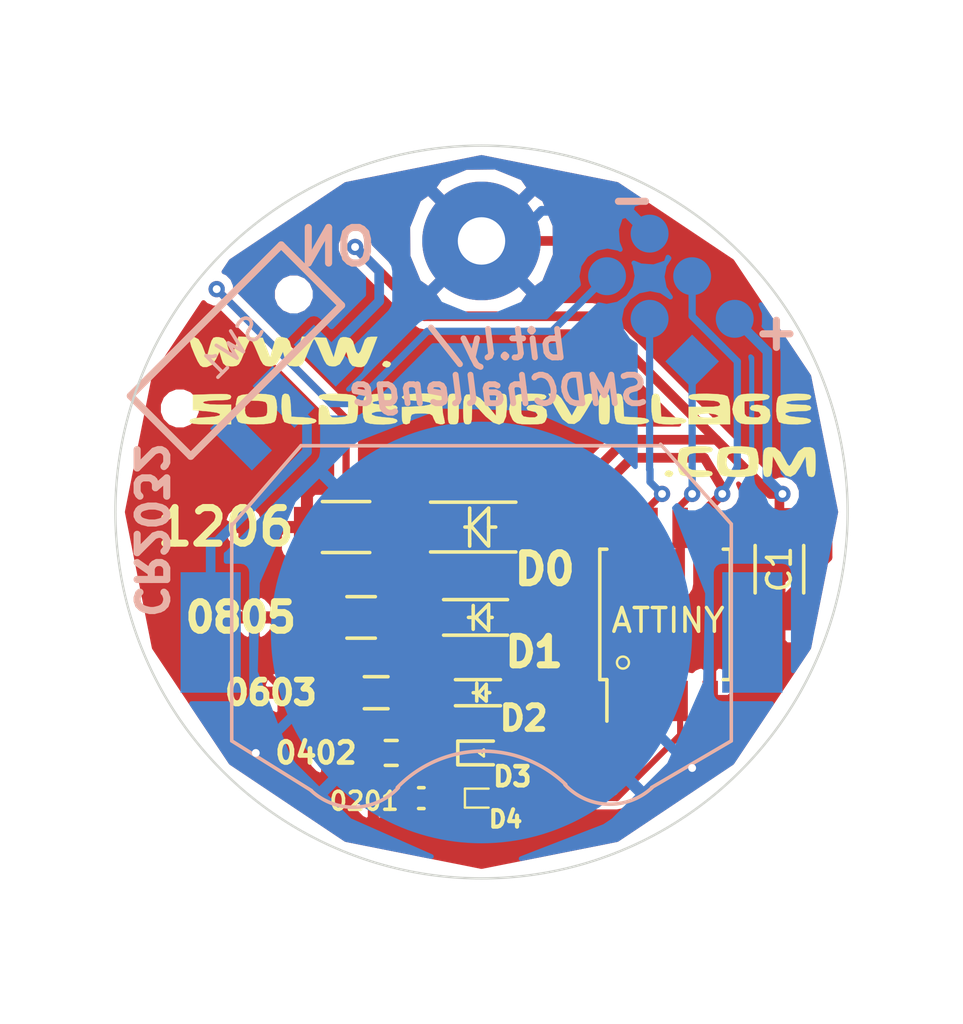
<source format=kicad_pcb>
(kicad_pcb (version 4) (host pcbnew 4.0.6)

  (general
    (links 38)
    (no_connects 1)
    (area 192.779782 75.939782 223.780218 106.940218)
    (thickness 1.6)
    (drawings 14)
    (tracks 145)
    (zones 0)
    (modules 27)
    (nets 16)
  )

  (page USLetter)
  (layers
    (0 F.Cu signal)
    (31 B.Cu signal)
    (34 B.Paste user)
    (35 F.Paste user)
    (36 B.SilkS user)
    (37 F.SilkS user)
    (38 B.Mask user)
    (39 F.Mask user)
    (40 Dwgs.User user)
    (44 Edge.Cuts user)
  )

  (setup
    (last_trace_width 0.1524)
    (user_trace_width 0.254)
    (user_trace_width 0.3048)
    (user_trace_width 0.4064)
    (user_trace_width 0.6096)
    (user_trace_width 2.032)
    (trace_clearance 0.1524)
    (zone_clearance 0.35)
    (zone_45_only no)
    (trace_min 0.1524)
    (segment_width 0.254)
    (edge_width 0.1)
    (via_size 0.6858)
    (via_drill 0.3302)
    (via_min_size 0.6858)
    (via_min_drill 0.3302)
    (user_via 1 0.5)
    (uvia_size 0.762)
    (uvia_drill 0.508)
    (uvias_allowed no)
    (uvia_min_size 0.508)
    (uvia_min_drill 0.127)
    (pcb_text_width 0.3)
    (pcb_text_size 1.5 1.5)
    (mod_edge_width 0.15)
    (mod_text_size 1 1)
    (mod_text_width 0.15)
    (pad_size 1.6 1.6)
    (pad_drill 0)
    (pad_to_mask_clearance 0)
    (aux_axis_origin 0 0)
    (grid_origin 210.82 95.25)
    (visible_elements 7FFFFFFF)
    (pcbplotparams
      (layerselection 0x010f0_80000001)
      (usegerberextensions true)
      (excludeedgelayer true)
      (linewidth 0.100000)
      (plotframeref false)
      (viasonmask false)
      (mode 1)
      (useauxorigin false)
      (hpglpennumber 1)
      (hpglpenspeed 20)
      (hpglpendiameter 15)
      (hpglpenoverlay 2)
      (psnegative false)
      (psa4output false)
      (plotreference true)
      (plotvalue true)
      (plotinvisibletext false)
      (padsonsilk false)
      (subtractmaskfromsilk false)
      (outputformat 1)
      (mirror false)
      (drillshape 0)
      (scaleselection 1)
      (outputdirectory gerbers/))
  )

  (net 0 "")
  (net 1 GND)
  (net 2 +BATT)
  (net 3 "Net-(CON1-Pad1)")
  (net 4 "Net-(CON1-Pad3)")
  (net 5 "Net-(CON1-Pad4)")
  (net 6 "Net-(CON1-Pad5)")
  (net 7 "Net-(D1-Pad1)")
  (net 8 "Net-(D2-Pad1)")
  (net 9 "Net-(D3-Pad1)")
  (net 10 "Net-(D0-Pad1)")
  (net 11 "Net-(D3-Pad2)")
  (net 12 "Net-(D4-Pad2)")
  (net 13 "Net-(D4-Pad1)")
  (net 14 "Net-(BT1-Pad1)")
  (net 15 "Net-(SW1-Pad1)")

  (net_class Default "This is the default net class."
    (clearance 0.1524)
    (trace_width 0.1524)
    (via_dia 0.6858)
    (via_drill 0.3302)
    (uvia_dia 0.762)
    (uvia_drill 0.508)
    (add_net +BATT)
    (add_net GND)
    (add_net "Net-(BT1-Pad1)")
    (add_net "Net-(CON1-Pad1)")
    (add_net "Net-(CON1-Pad3)")
    (add_net "Net-(CON1-Pad4)")
    (add_net "Net-(CON1-Pad5)")
    (add_net "Net-(D0-Pad1)")
    (add_net "Net-(D1-Pad1)")
    (add_net "Net-(D2-Pad1)")
    (add_net "Net-(D3-Pad1)")
    (add_net "Net-(D3-Pad2)")
    (add_net "Net-(D4-Pad1)")
    (add_net "Net-(D4-Pad2)")
    (add_net "Net-(SW1-Pad1)")
  )

  (module LED_0201 (layer F.Cu) (tedit 5B8CBE79) (tstamp 5A2CB0D7)
    (at 208.28 103.505)
    (descr "Resistor SMD 0201, reflow soldering, Vishay (see crcw0201e3.pdf)")
    (tags "resistor 0201")
    (path /58DDCAFF)
    (attr smd)
    (fp_text reference D4 (at 1.016 0.889) (layer F.SilkS)
      (effects (font (size 0.7 0.7) (thickness 0.175)))
    )
    (fp_text value LED (at 0 1.7) (layer F.Fab)
      (effects (font (size 1 1) (thickness 0.15)))
    )
    (fp_line (start 0.3 0.4) (end -0.7 0.4) (layer F.SilkS) (width 0.1))
    (fp_line (start -0.7 0.4) (end -0.7 -0.4) (layer F.SilkS) (width 0.1))
    (fp_line (start -0.7 -0.4) (end 0.3 -0.4) (layer F.SilkS) (width 0.1))
    (fp_line (start -0.325 0.175) (end -0.325 -0.175) (layer F.CrtYd) (width 0.05))
    (fp_line (start -0.325 0.175) (end 0.325 0.175) (layer F.CrtYd) (width 0.05))
    (fp_line (start 0.325 0.175) (end 0.325 -0.175) (layer F.CrtYd) (width 0.05))
    (fp_line (start -0.325 -0.175) (end 0.325 -0.175) (layer F.CrtYd) (width 0.05))
    (pad 1 smd rect (at -0.3 0) (size 0.4 0.4) (layers F.Cu F.Paste F.Mask)
      (net 13 "Net-(D4-Pad1)"))
    (pad 2 smd rect (at 0.3 0) (size 0.4 0.4) (layers F.Cu F.Paste F.Mask)
      (net 12 "Net-(D4-Pad2)"))
    (model Resistors_SMD.3dshapes/R_0201.wrl
      (at (xyz 0 0 0))
      (scale (xyz 1 1 1))
      (rotate (xyz 0 0 0))
    )
  )

  (module LED_0402 (layer F.Cu) (tedit 5B8CBDF1) (tstamp 5A2CB0C5)
    (at 208.28 101.6)
    (descr "Resistor SMD 0402, reflow soldering, Vishay (see dcrcw.pdf)")
    (tags "resistor 0402")
    (path /58D34030)
    (attr smd)
    (fp_text reference D3 (at 1.3 1) (layer F.SilkS)
      (effects (font (size 0.8 0.8) (thickness 0.2)))
    )
    (fp_text value LED (at 0 1.8) (layer F.Fab)
      (effects (font (size 1 1) (thickness 0.15)))
    )
    (fp_line (start 0.5 0.5) (end -1 0.5) (layer F.SilkS) (width 0.15))
    (fp_line (start -1 0.5) (end -1 -0.5) (layer F.SilkS) (width 0.15))
    (fp_line (start -1 -0.5) (end 0.5 -0.5) (layer F.SilkS) (width 0.15))
    (fp_line (start 0.1 0.15) (end 0.1 -0.15) (layer F.SilkS) (width 0.1))
    (fp_line (start -0.1 0) (end 0.1 0.15) (layer F.SilkS) (width 0.1))
    (fp_line (start -0.1 0) (end 0.1 -0.15) (layer F.SilkS) (width 0.1))
    (fp_line (start -0.95 -0.65) (end 0.95 -0.65) (layer F.CrtYd) (width 0.05))
    (fp_line (start -0.95 0.65) (end 0.95 0.65) (layer F.CrtYd) (width 0.05))
    (fp_line (start -0.95 -0.65) (end -0.95 0.65) (layer F.CrtYd) (width 0.05))
    (fp_line (start 0.95 -0.65) (end 0.95 0.65) (layer F.CrtYd) (width 0.05))
    (pad 1 smd rect (at -0.5 0) (size 0.7 0.6) (layers F.Cu F.Paste F.Mask)
      (net 9 "Net-(D3-Pad1)"))
    (pad 2 smd rect (at 0.5 0) (size 0.7 0.6) (layers F.Cu F.Paste F.Mask)
      (net 11 "Net-(D3-Pad2)"))
    (model Resistors_SMD.3dshapes/R_0402.wrl
      (at (xyz 0 0 0))
      (scale (xyz 1 1 1))
      (rotate (xyz 0 0 0))
    )
  )

  (module footprints:LED-1206 (layer F.Cu) (tedit 5902C0FC) (tstamp 5A2CB088)
    (at 208.28 92.075)
    (descr "LED 1206 smd package")
    (tags "LED1206 SMD")
    (path /58C49927)
    (attr smd)
    (fp_text reference D0 (at 2.667 1.778) (layer F.SilkS)
      (effects (font (size 1.25 1.25) (thickness 0.3125)))
    )
    (fp_text value LED (at 0 2) (layer F.Fab)
      (effects (font (size 1 1) (thickness 0.15)))
    )
    (fp_line (start -0.5 0.7) (end -0.5 0.8) (layer F.SilkS) (width 0.15))
    (fp_line (start -0.5 -0.7) (end -0.5 -0.8) (layer F.SilkS) (width 0.15))
    (fp_line (start 0.3 0) (end 0.6 0) (layer F.SilkS) (width 0.15))
    (fp_line (start 0.3 0.8) (end 0.3 -0.7) (layer F.SilkS) (width 0.15))
    (fp_line (start 0.3 -0.7) (end 0.3 -0.8) (layer F.SilkS) (width 0.15))
    (fp_line (start 0.2 0.7) (end 0.3 0.8) (layer F.SilkS) (width 0.15))
    (fp_line (start 0.2 -0.7) (end 0.3 -0.8) (layer F.SilkS) (width 0.15))
    (fp_line (start -0.7 0) (end -0.5 0) (layer F.SilkS) (width 0.15))
    (fp_line (start -0.5 0.5) (end -0.5 0.7) (layer F.SilkS) (width 0.15))
    (fp_line (start -0.5 -0.5) (end -0.5 -0.7) (layer F.SilkS) (width 0.15))
    (fp_line (start -0.4 0) (end 0.2 0.7) (layer F.SilkS) (width 0.15))
    (fp_line (start 0.2 -0.7) (end -0.4 -0.1) (layer F.SilkS) (width 0.15))
    (fp_line (start -2.15 1.05) (end 1.45 1.05) (layer F.SilkS) (width 0.15))
    (fp_line (start -2.15 -1.05) (end 1.45 -1.05) (layer F.SilkS) (width 0.15))
    (fp_line (start -0.5 -0.5) (end -0.5 0.5) (layer F.SilkS) (width 0.15))
    (fp_line (start 2.5 -1.25) (end -2.5 -1.25) (layer F.CrtYd) (width 0.05))
    (fp_line (start -2.5 -1.25) (end -2.5 1.25) (layer F.CrtYd) (width 0.05))
    (fp_line (start -2.5 1.25) (end 2.5 1.25) (layer F.CrtYd) (width 0.05))
    (fp_line (start 2.5 1.25) (end 2.5 -1.25) (layer F.CrtYd) (width 0.05))
    (pad 2 smd rect (at 1.524 0 180) (size 1.7 1.80086) (layers F.Cu F.Paste F.Mask)
      (net 5 "Net-(CON1-Pad4)"))
    (pad 1 smd rect (at -1.651 0 180) (size 1.7 1.80086) (layers F.Cu F.Paste F.Mask)
      (net 10 "Net-(D0-Pad1)"))
    (model LEDs.3dshapes/LED_1206.wrl
      (at (xyz 0 0 0))
      (scale (xyz 1 1 1))
      (rotate (xyz 0 0 0))
    )
  )

  (module footprints:Pin_Header_Straight_1x01 (layer F.Cu) (tedit 5B88CCD5) (tstamp 5A2CB193)
    (at 208.28 80.01)
    (descr "Through hole pin header")
    (tags "pin header")
    (path /5860AE9A)
    (fp_text reference P5 (at -0.6 -0.5) (layer F.SilkS) hide
      (effects (font (size 0.127 0.127) (thickness 0.03175)))
    )
    (fp_text value CONN_01X01 (at 0 0.9) (layer F.Fab)
      (effects (font (size 0.127 0.127) (thickness 0.03175)))
    )
    (pad 1 thru_hole circle (at 0 0) (size 5 5) (drill 2) (layers *.Cu *.Mask)
      (net 1 GND))
  )

  (module footprints:BATT_CR2032_SMD (layer B.Cu) (tedit 56CFB5D2) (tstamp 5A2CB063)
    (at 208.28 96.52 180)
    (tags battery)
    (path /56CFA61E)
    (fp_text reference BT1 (at 0 -5.08 180) (layer B.SilkS) hide
      (effects (font (size 1.72974 1.08712) (thickness 0.27178)) (justify mirror))
    )
    (fp_text value Battery (at 0 2.54 180) (layer B.SilkS) hide
      (effects (font (size 1.524 1.016) (thickness 0.254)) (justify mirror))
    )
    (fp_line (start -7.1755 -6.5405) (end -10.541 -4.572) (layer B.SilkS) (width 0.15))
    (fp_line (start 7.1755 -6.6675) (end 10.541 -4.572) (layer B.SilkS) (width 0.15))
    (fp_arc (start -5.4229 -4.6355) (end -3.5179 -6.4135) (angle -90) (layer B.SilkS) (width 0.15))
    (fp_arc (start 5.4102 -4.7625) (end 7.1882 -6.6675) (angle -90) (layer B.SilkS) (width 0.15))
    (fp_arc (start -0.0635 -10.033) (end -3.556 -6.4135) (angle -90) (layer B.SilkS) (width 0.15))
    (fp_line (start 7.62 7.874) (end 10.541 4.5085) (layer B.SilkS) (width 0.15))
    (fp_line (start -10.541 4.572) (end -7.5565 7.9375) (layer B.SilkS) (width 0.15))
    (fp_line (start -7.62 7.874) (end 7.62 7.874) (layer B.SilkS) (width 0.15))
    (fp_line (start -10.541 -4.572) (end -10.541 4.572) (layer B.SilkS) (width 0.15))
    (fp_line (start 10.541 -4.572) (end 10.541 4.572) (layer B.SilkS) (width 0.15))
    (fp_circle (center 0 0) (end -10.16 0) (layer Dwgs.User) (width 0.15))
    (pad 2 smd circle (at 0 0 180) (size 17.78 17.78) (layers B.Cu B.Paste B.Mask)
      (net 1 GND))
    (pad 1 smd rect (at -11.43 0 180) (size 2.54 5.08) (layers B.Cu B.Paste B.Mask)
      (net 14 "Net-(BT1-Pad1)"))
    (pad 1 smd rect (at 11.43 0 180) (size 2.54 5.08) (layers B.Cu B.Paste B.Mask)
      (net 14 "Net-(BT1-Pad1)"))
  )

  (module footprints:C_1206_HandSoldering (layer F.Cu) (tedit 5902BDF4) (tstamp 5A2CB074)
    (at 220.853 93.853 90)
    (descr "Capacitor SMD 1206, hand soldering")
    (tags "capacitor 1206")
    (path /553FDF53)
    (attr smd)
    (fp_text reference C1 (at 0 0 90) (layer F.SilkS)
      (effects (font (size 1 1) (thickness 0.15)))
    )
    (fp_text value "0.1 uF" (at 0 2.3 90) (layer F.Fab)
      (effects (font (size 1 1) (thickness 0.15)))
    )
    (fp_line (start -3.3 -1.15) (end 3.3 -1.15) (layer F.CrtYd) (width 0.05))
    (fp_line (start -3.3 1.15) (end 3.3 1.15) (layer F.CrtYd) (width 0.05))
    (fp_line (start -3.3 -1.15) (end -3.3 1.15) (layer F.CrtYd) (width 0.05))
    (fp_line (start 3.3 -1.15) (end 3.3 1.15) (layer F.CrtYd) (width 0.05))
    (fp_line (start 1 -1.025) (end -1 -1.025) (layer F.SilkS) (width 0.15))
    (fp_line (start -1 1.025) (end 1 1.025) (layer F.SilkS) (width 0.15))
    (pad 1 smd rect (at -1.778 0 90) (size 1.6 1.6) (layers F.Cu F.Paste F.Mask)
      (net 1 GND))
    (pad 2 smd rect (at 1.778 0 90) (size 1.6 1.6) (layers F.Cu F.Paste F.Mask)
      (net 2 +BATT))
    (model Capacitors_SMD.3dshapes/C_1206.wrl
      (at (xyz 0 0 0))
      (scale (xyz 1 1 1))
      (rotate (xyz 0 0 0))
    )
  )

  (module footprints:AVR-ISP-6 (layer B.Cu) (tedit 5B8B50E2) (tstamp 5A2CB07F)
    (at 217.17 85.09 45)
    (descr "6-lead dip package, row spacing 7.62 mm (300 mils)")
    (tags "dil dip 2.54 300")
    (path /58609061)
    (fp_text reference CON1 (at 0 2.54 45) (layer B.SilkS) hide
      (effects (font (size 1 1) (thickness 0.15)) (justify mirror))
    )
    (fp_text value AVR-ISP-6 (at 0 3.72 45) (layer B.Fab) hide
      (effects (font (size 1 1) (thickness 0.15)) (justify mirror))
    )
    (pad 1 smd rect (at 0 0 45) (size 1.6 1.6) (layers B.Cu B.Paste B.Mask)
      (net 3 "Net-(CON1-Pad1)"))
    (pad 2 smd circle (at 2.54 0 45) (size 1.6 1.6) (layers B.Cu B.Paste B.Mask)
      (net 2 +BATT))
    (pad 3 smd oval (at 0 -2.54 45) (size 1.6 1.6) (layers B.Cu B.Paste B.Mask)
      (net 4 "Net-(CON1-Pad3)"))
    (pad 4 smd oval (at 2.54 -2.54 45) (size 1.6 1.6) (layers B.Cu B.Paste B.Mask)
      (net 5 "Net-(CON1-Pad4)"))
    (pad 5 smd oval (at 0 -5.08 45) (size 1.6 1.6) (layers B.Cu B.Paste B.Mask)
      (net 6 "Net-(CON1-Pad5)"))
    (pad 6 smd oval (at 2.54 -5.08 45) (size 1.6 1.6) (layers B.Cu B.Paste B.Mask)
      (net 1 GND))
  )

  (module footprints:LED-0805 (layer F.Cu) (tedit 5902C116) (tstamp 5A2CB0A0)
    (at 208.28 95.885)
    (descr "LED 0805 smd package")
    (tags "LED 0805 SMD")
    (path /58D338E3)
    (attr smd)
    (fp_text reference D1 (at 2.2225 1.4605) (layer F.SilkS)
      (effects (font (size 1.2 1.2) (thickness 0.3)))
    )
    (fp_text value LED (at 0 1.75) (layer F.Fab)
      (effects (font (size 1 1) (thickness 0.15)))
    )
    (fp_line (start 0.3 0) (end 0.45 0) (layer F.SilkS) (width 0.15))
    (fp_line (start -0.55 0) (end -0.2 0) (layer F.SilkS) (width 0.15))
    (fp_line (start -0.25 0) (end 0.3 -0.55) (layer F.SilkS) (width 0.15))
    (fp_line (start 0.3 -0.55) (end 0.3 0.55) (layer F.SilkS) (width 0.15))
    (fp_line (start 0.3 0.55) (end -0.25 0) (layer F.SilkS) (width 0.15))
    (fp_line (start -0.35 -0.35) (end -0.35 -0.5) (layer F.SilkS) (width 0.15))
    (fp_line (start -0.35 0.35) (end -0.35 0.5) (layer F.SilkS) (width 0.15))
    (fp_line (start -1.6 0.75) (end 1.1 0.75) (layer F.SilkS) (width 0.15))
    (fp_line (start -1.6 -0.75) (end 1.1 -0.75) (layer F.SilkS) (width 0.15))
    (fp_line (start -0.35 -0.35) (end -0.35 0.35) (layer F.SilkS) (width 0.15))
    (fp_line (start 1.9 -0.95) (end 1.9 0.95) (layer F.CrtYd) (width 0.05))
    (fp_line (start 1.9 0.95) (end -1.9 0.95) (layer F.CrtYd) (width 0.05))
    (fp_line (start -1.9 0.95) (end -1.9 -0.95) (layer F.CrtYd) (width 0.05))
    (fp_line (start -1.9 -0.95) (end 1.9 -0.95) (layer F.CrtYd) (width 0.05))
    (pad 2 smd rect (at 1.143 0 180) (size 1.3 1.19888) (layers F.Cu F.Paste F.Mask)
      (net 3 "Net-(CON1-Pad1)"))
    (pad 1 smd rect (at -1.27 0 180) (size 1.3 1.19888) (layers F.Cu F.Paste F.Mask)
      (net 7 "Net-(D1-Pad1)"))
    (model LEDs.3dshapes/LED-0805.wrl
      (at (xyz 0 0 0))
      (scale (xyz 1 1 1))
      (rotate (xyz 0 0 0))
    )
    (model LEDs.3dshapes/LED_0805.wrl
      (at (xyz 0 0 0))
      (scale (xyz 1 1 1))
      (rotate (xyz 0 0 0))
    )
  )

  (module footprints:LED-0603 (layer F.Cu) (tedit 5902C124) (tstamp 5A2CB0B3)
    (at 208.28 99.06)
    (descr "LED 0603 smd package")
    (tags "LED led 0603 SMD smd SMT smt smdled SMDLED smtled SMTLED")
    (path /58D33940)
    (attr smd)
    (fp_text reference D2 (at 1.778 1.0795) (layer F.SilkS)
      (effects (font (size 1 1) (thickness 0.25)))
    )
    (fp_text value LED (at 0 1.5) (layer F.Fab)
      (effects (font (size 1 1) (thickness 0.15)))
    )
    (fp_line (start 0.2 0) (end 0.35 0) (layer F.SilkS) (width 0.15))
    (fp_line (start -0.35 0) (end -0.15 0) (layer F.SilkS) (width 0.15))
    (fp_line (start -0.1 0) (end 0.2 -0.35) (layer F.SilkS) (width 0.15))
    (fp_line (start 0.2 -0.35) (end 0.2 0.35) (layer F.SilkS) (width 0.15))
    (fp_line (start 0.2 0.35) (end -0.2 0) (layer F.SilkS) (width 0.15))
    (fp_line (start -0.2 0) (end -0.15 0) (layer F.SilkS) (width 0.15))
    (fp_line (start -0.2 -0.4) (end -0.2 0.35) (layer F.SilkS) (width 0.15))
    (fp_line (start -1.1 0.55) (end 0.8 0.55) (layer F.SilkS) (width 0.15))
    (fp_line (start -1.1 -0.55) (end 0.8 -0.55) (layer F.SilkS) (width 0.15))
    (fp_line (start 1.4 -0.75) (end 1.4 0.75) (layer F.CrtYd) (width 0.05))
    (fp_line (start 1.4 0.75) (end -1.4 0.75) (layer F.CrtYd) (width 0.05))
    (fp_line (start -1.4 0.75) (end -1.4 -0.75) (layer F.CrtYd) (width 0.05))
    (fp_line (start -1.4 -0.75) (end 1.4 -0.75) (layer F.CrtYd) (width 0.05))
    (pad 2 smd rect (at 0.889 0 180) (size 1 0.79756) (layers F.Cu F.Paste F.Mask)
      (net 4 "Net-(CON1-Pad3)"))
    (pad 1 smd rect (at -0.889 0 180) (size 1 0.79756) (layers F.Cu F.Paste F.Mask)
      (net 8 "Net-(D2-Pad1)"))
    (model LEDs.3dshapes/LED_0603.wrl
      (at (xyz 0 0 0))
      (scale (xyz 1 1 1))
      (rotate (xyz 0 0 0))
    )
  )

  (module footprints:SOIJ-8_5.3x5.3mm_Pitch1.27mm (layer F.Cu) (tedit 5B8B51AD) (tstamp 5A2CB0E9)
    (at 216.027 95.758 90)
    (descr "8-Lead Plastic Small Outline (SM) - Medium, 5.28 mm Body [SOIC] (see Microchip Packaging Specification 00000049BS.pdf)")
    (tags "SOIC 1.27")
    (path /58C478D3)
    (attr smd)
    (fp_text reference IC1 (at -1.27 2.159 90) (layer F.SilkS) hide
      (effects (font (size 1 1) (thickness 0.15)))
    )
    (fp_text value ATTINY (at -0.254 0.127 180) (layer F.SilkS)
      (effects (font (size 1 1) (thickness 0.15)))
    )
    (fp_circle (center -2.032 -1.778) (end -2.286 -1.778) (layer F.SilkS) (width 0.1))
    (fp_line (start -4.75 -2.95) (end -4.75 2.95) (layer F.CrtYd) (width 0.05))
    (fp_line (start 4.75 -2.95) (end 4.75 2.95) (layer F.CrtYd) (width 0.05))
    (fp_line (start -4.75 -2.95) (end 4.75 -2.95) (layer F.CrtYd) (width 0.05))
    (fp_line (start -4.75 2.95) (end 4.75 2.95) (layer F.CrtYd) (width 0.05))
    (fp_line (start -2.75 -2.755) (end -2.75 -2.455) (layer F.SilkS) (width 0.15))
    (fp_line (start 2.75 -2.755) (end 2.75 -2.455) (layer F.SilkS) (width 0.15))
    (fp_line (start 2.75 2.755) (end 2.75 2.455) (layer F.SilkS) (width 0.15))
    (fp_line (start -2.75 2.755) (end -2.75 2.455) (layer F.SilkS) (width 0.15))
    (fp_line (start -2.75 -2.755) (end 2.75 -2.755) (layer F.SilkS) (width 0.15))
    (fp_line (start -2.75 2.755) (end 2.75 2.755) (layer F.SilkS) (width 0.15))
    (fp_line (start -2.75 -2.455) (end -4.5 -2.455) (layer F.SilkS) (width 0.15))
    (pad 1 smd rect (at -3.65 -1.905 90) (size 1.7 0.65) (layers F.Cu F.Paste F.Mask)
      (net 6 "Net-(CON1-Pad5)"))
    (pad 2 smd rect (at -3.65 -0.635 90) (size 1.7 0.65) (layers F.Cu F.Paste F.Mask)
      (net 11 "Net-(D3-Pad2)"))
    (pad 3 smd rect (at -3.65 0.635 90) (size 1.7 0.65) (layers F.Cu F.Paste F.Mask)
      (net 12 "Net-(D4-Pad2)"))
    (pad 4 smd rect (at -3.65 1.905 90) (size 1.7 0.65) (layers F.Cu F.Paste F.Mask)
      (net 1 GND))
    (pad 5 smd rect (at 3.65 1.905 90) (size 1.7 0.65) (layers F.Cu F.Paste F.Mask)
      (net 5 "Net-(CON1-Pad4)"))
    (pad 6 smd rect (at 3.65 0.635 90) (size 1.7 0.65) (layers F.Cu F.Paste F.Mask)
      (net 3 "Net-(CON1-Pad1)"))
    (pad 7 smd rect (at 3.65 -0.635 90) (size 1.7 0.65) (layers F.Cu F.Paste F.Mask)
      (net 4 "Net-(CON1-Pad3)"))
    (pad 8 smd rect (at 3.65 -1.905 90) (size 1.7 0.65) (layers F.Cu F.Paste F.Mask)
      (net 2 +BATT))
    (model Housings_SOIC.3dshapes/SOIJ-8_5.3x5.3mm_Pitch1.27mm.wrl
      (at (xyz 0 0 0))
      (scale (xyz 1 1 1))
      (rotate (xyz 0 0 0))
    )
  )

  (module footprints:testPad (layer F.Cu) (tedit 5902BD57) (tstamp 5A2CB100)
    (at 212.09 92.075)
    (descr "module 1 pin (ou trou mecanique de percage)")
    (tags DEV)
    (path /5902B2A3)
    (fp_text reference P0 (at -0.0635 0) (layer F.SilkS) hide
      (effects (font (size 0.635 0.635) (thickness 0.127)))
    )
    (fp_text value CONN_01X01 (at 0 0) (layer F.Fab)
      (effects (font (size 0.127 0.127) (thickness 0.03175)))
    )
    (pad 1 smd oval (at 0 0) (size 0.508 0.762) (layers F.Cu F.Paste F.Mask)
      (net 5 "Net-(CON1-Pad4)"))
  )

  (module footprints:testPad (layer F.Cu) (tedit 5902BD57) (tstamp 5A2CB104)
    (at 211.582 95.885)
    (descr "module 1 pin (ou trou mecanique de percage)")
    (tags DEV)
    (path /5902B324)
    (fp_text reference P1 (at -0.0635 0) (layer F.SilkS) hide
      (effects (font (size 0.635 0.635) (thickness 0.127)))
    )
    (fp_text value CONN_01X01 (at 0 0) (layer F.Fab)
      (effects (font (size 0.127 0.127) (thickness 0.03175)))
    )
    (pad 1 smd oval (at 0 0) (size 0.508 0.762) (layers F.Cu F.Paste F.Mask)
      (net 3 "Net-(CON1-Pad1)"))
  )

  (module footprints:testPad (layer F.Cu) (tedit 5902BD57) (tstamp 5A2CB108)
    (at 211.201 99.06)
    (descr "module 1 pin (ou trou mecanique de percage)")
    (tags DEV)
    (path /5902B382)
    (fp_text reference P2 (at -0.0635 0) (layer F.SilkS) hide
      (effects (font (size 0.635 0.635) (thickness 0.127)))
    )
    (fp_text value CONN_01X01 (at 0 0) (layer F.Fab)
      (effects (font (size 0.127 0.127) (thickness 0.03175)))
    )
    (pad 1 smd oval (at 0 0) (size 0.508 0.762) (layers F.Cu F.Paste F.Mask)
      (net 4 "Net-(CON1-Pad3)"))
  )

  (module footprints:testPad (layer F.Cu) (tedit 5902BD57) (tstamp 5A2CB10C)
    (at 210.82 101.6)
    (descr "module 1 pin (ou trou mecanique de percage)")
    (tags DEV)
    (path /5902B3ED)
    (fp_text reference P3 (at -0.0635 0) (layer F.SilkS) hide
      (effects (font (size 0.635 0.635) (thickness 0.127)))
    )
    (fp_text value CONN_01X01 (at 0 0) (layer F.Fab)
      (effects (font (size 0.127 0.127) (thickness 0.03175)))
    )
    (pad 1 smd oval (at 0 0) (size 0.508 0.762) (layers F.Cu F.Paste F.Mask)
      (net 11 "Net-(D3-Pad2)"))
  )

  (module footprints:testPad (layer F.Cu) (tedit 5902BD57) (tstamp 5A2CB110)
    (at 210.566 103.505)
    (descr "module 1 pin (ou trou mecanique de percage)")
    (tags DEV)
    (path /5902B44F)
    (fp_text reference P4 (at -0.0635 0) (layer F.SilkS) hide
      (effects (font (size 0.635 0.635) (thickness 0.127)))
    )
    (fp_text value CONN_01X01 (at 0 0) (layer F.Fab)
      (effects (font (size 0.127 0.127) (thickness 0.03175)))
    )
    (pad 1 smd oval (at 0 0) (size 0.508 0.762) (layers F.Cu F.Paste F.Mask)
      (net 12 "Net-(D4-Pad2)"))
  )

  (module footprints:testPad (layer F.Cu) (tedit 5902BD57) (tstamp 5A2CB114)
    (at 198.247 92.075)
    (descr "module 1 pin (ou trou mecanique de percage)")
    (tags DEV)
    (path /5902AF42)
    (fp_text reference PG0 (at -0.0635 0) (layer F.SilkS) hide
      (effects (font (size 0.635 0.635) (thickness 0.127)))
    )
    (fp_text value CONN_01X01 (at 0 0) (layer F.Fab)
      (effects (font (size 0.127 0.127) (thickness 0.03175)))
    )
    (pad 1 smd oval (at 0 0) (size 0.508 0.762) (layers F.Cu F.Paste F.Mask)
      (net 1 GND))
  )

  (module footprints:testPad (layer F.Cu) (tedit 5902BD57) (tstamp 5A2CB118)
    (at 198.6915 95.885)
    (descr "module 1 pin (ou trou mecanique de percage)")
    (tags DEV)
    (path /5902AFA3)
    (fp_text reference PG1 (at -0.0635 0) (layer F.SilkS) hide
      (effects (font (size 0.635 0.635) (thickness 0.127)))
    )
    (fp_text value CONN_01X01 (at 0 0) (layer F.Fab)
      (effects (font (size 0.127 0.127) (thickness 0.03175)))
    )
    (pad 1 smd oval (at 0 0) (size 0.508 0.762) (layers F.Cu F.Paste F.Mask)
      (net 1 GND))
  )

  (module footprints:testPad (layer F.Cu) (tedit 5902BD57) (tstamp 5A2CB11C)
    (at 199.898 99.06)
    (descr "module 1 pin (ou trou mecanique de percage)")
    (tags DEV)
    (path /5902AFF0)
    (fp_text reference PG2 (at -0.0635 0) (layer F.SilkS) hide
      (effects (font (size 0.635 0.635) (thickness 0.127)))
    )
    (fp_text value CONN_01X01 (at 0 0) (layer F.Fab)
      (effects (font (size 0.127 0.127) (thickness 0.03175)))
    )
    (pad 1 smd oval (at 0 0) (size 0.508 0.762) (layers F.Cu F.Paste F.Mask)
      (net 1 GND))
  )

  (module footprints:testPad (layer F.Cu) (tedit 5902BD57) (tstamp 5A2CB120)
    (at 201.7395 101.6)
    (descr "module 1 pin (ou trou mecanique de percage)")
    (tags DEV)
    (path /5902B040)
    (fp_text reference PG3 (at -0.0635 0) (layer F.SilkS) hide
      (effects (font (size 0.635 0.635) (thickness 0.127)))
    )
    (fp_text value CONN_01X01 (at 0 0) (layer F.Fab)
      (effects (font (size 0.127 0.127) (thickness 0.03175)))
    )
    (pad 1 smd oval (at 0 0) (size 0.508 0.762) (layers F.Cu F.Paste F.Mask)
      (net 1 GND))
  )

  (module footprints:testPad (layer F.Cu) (tedit 5902BD57) (tstamp 5A2CB124)
    (at 203.708 103.505)
    (descr "module 1 pin (ou trou mecanique de percage)")
    (tags DEV)
    (path /5902B093)
    (fp_text reference PG4 (at -0.0635 0) (layer F.SilkS) hide
      (effects (font (size 0.635 0.635) (thickness 0.127)))
    )
    (fp_text value CONN_01X01 (at 0 0) (layer F.Fab)
      (effects (font (size 0.127 0.127) (thickness 0.03175)))
    )
    (pad 1 smd oval (at 0 0) (size 0.508 0.762) (layers F.Cu F.Paste F.Mask)
      (net 1 GND))
  )

  (module footprints:R_1206 (layer F.Cu) (tedit 5902A5E4) (tstamp 5A2CB128)
    (at 202.565 92.075 180)
    (descr "Resistor SMD 1206, reflow soldering, Vishay (see dcrcw.pdf)")
    (tags "resistor 1206")
    (path /56CEB2B5)
    (attr smd)
    (fp_text reference R0 (at 0 0 180) (layer F.SilkS) hide
      (effects (font (size 1.25 1.25) (thickness 0.2)))
    )
    (fp_text value 330 (at 0 2.3 180) (layer F.Fab)
      (effects (font (size 1 1) (thickness 0.15)))
    )
    (fp_line (start -2.2 -1.2) (end 2.2 -1.2) (layer F.CrtYd) (width 0.05))
    (fp_line (start -2.2 1.2) (end 2.2 1.2) (layer F.CrtYd) (width 0.05))
    (fp_line (start -2.2 -1.2) (end -2.2 1.2) (layer F.CrtYd) (width 0.05))
    (fp_line (start 2.2 -1.2) (end 2.2 1.2) (layer F.CrtYd) (width 0.05))
    (fp_line (start 1 1.075) (end -1 1.075) (layer F.SilkS) (width 0.15))
    (fp_line (start -1 -1.075) (end 1 -1.075) (layer F.SilkS) (width 0.15))
    (pad 1 smd rect (at -1.778 0 180) (size 1.1 1.7) (layers F.Cu F.Paste F.Mask)
      (net 10 "Net-(D0-Pad1)"))
    (pad 2 smd rect (at 1.651 0 180) (size 1.1 1.7) (layers F.Cu F.Paste F.Mask)
      (net 1 GND))
    (model Resistors_SMD.3dshapes/R_1206.wrl
      (at (xyz 0 0 0))
      (scale (xyz 1 1 1))
      (rotate (xyz 0 0 0))
    )
  )

  (module footprints:R_0805 (layer F.Cu) (tedit 58DFDC5C) (tstamp 5A2CB133)
    (at 203.2 95.885 180)
    (descr "Resistor SMD 0805, reflow soldering, Vishay (see dcrcw.pdf)")
    (tags "resistor 0805")
    (path /58D3397B)
    (attr smd)
    (fp_text reference R1 (at 0 0 180) (layer F.SilkS) hide
      (effects (font (size 1 1) (thickness 0.15)))
    )
    (fp_text value 330 (at 0 2.1 180) (layer F.Fab)
      (effects (font (size 1 1) (thickness 0.15)))
    )
    (fp_line (start -1.6 -1) (end 1.6 -1) (layer F.CrtYd) (width 0.05))
    (fp_line (start -1.6 1) (end 1.6 1) (layer F.CrtYd) (width 0.05))
    (fp_line (start -1.6 -1) (end -1.6 1) (layer F.CrtYd) (width 0.05))
    (fp_line (start 1.6 -1) (end 1.6 1) (layer F.CrtYd) (width 0.05))
    (fp_line (start 0.6 0.875) (end -0.6 0.875) (layer F.SilkS) (width 0.15))
    (fp_line (start -0.6 -0.875) (end 0.6 -0.875) (layer F.SilkS) (width 0.15))
    (pad 1 smd rect (at -1.143 0 180) (size 0.9 1.3) (layers F.Cu F.Paste F.Mask)
      (net 7 "Net-(D1-Pad1)"))
    (pad 2 smd rect (at 1.143 0 180) (size 0.9 1.3) (layers F.Cu F.Paste F.Mask)
      (net 1 GND))
    (model Resistors_SMD.3dshapes/R_0805.wrl
      (at (xyz 0 0 0))
      (scale (xyz 1 1 1))
      (rotate (xyz 0 0 0))
    )
  )

  (module footprints:R_0603 (layer F.Cu) (tedit 5902A5F6) (tstamp 5A2CB13E)
    (at 203.835 99.06 180)
    (descr "Resistor SMD 0603, reflow soldering, Vishay (see dcrcw.pdf)")
    (tags "resistor 0603")
    (path /58D339BB)
    (attr smd)
    (fp_text reference R2 (at 0 0 180) (layer F.SilkS) hide
      (effects (font (size 1 1) (thickness 0.15)))
    )
    (fp_text value 330 (at 0 1.9 180) (layer F.Fab)
      (effects (font (size 1 1) (thickness 0.15)))
    )
    (fp_line (start -1.3 -0.8) (end 1.3 -0.8) (layer F.CrtYd) (width 0.05))
    (fp_line (start -1.3 0.8) (end 1.3 0.8) (layer F.CrtYd) (width 0.05))
    (fp_line (start -1.3 -0.8) (end -1.3 0.8) (layer F.CrtYd) (width 0.05))
    (fp_line (start 1.3 -0.8) (end 1.3 0.8) (layer F.CrtYd) (width 0.05))
    (fp_line (start 0.5 0.675) (end -0.5 0.675) (layer F.SilkS) (width 0.15))
    (fp_line (start -0.5 -0.675) (end 0.5 -0.675) (layer F.SilkS) (width 0.15))
    (pad 1 smd rect (at -0.889 0 180) (size 0.7 0.9) (layers F.Cu F.Paste F.Mask)
      (net 8 "Net-(D2-Pad1)"))
    (pad 2 smd rect (at 1.016 0 180) (size 0.7 0.9) (layers F.Cu F.Paste F.Mask)
      (net 1 GND))
    (model Resistors_SMD.3dshapes/R_0603.wrl
      (at (xyz 0 0 0))
      (scale (xyz 1 1 1))
      (rotate (xyz 0 0 0))
    )
  )

  (module footprints:R_0402 (layer F.Cu) (tedit 58DFDC4A) (tstamp 5A2CB149)
    (at 204.47 101.6 180)
    (descr "Resistor SMD 0402, reflow soldering, Vishay (see dcrcw.pdf)")
    (tags "resistor 0402")
    (path /58D3406E)
    (attr smd)
    (fp_text reference R3 (at 0 0 180) (layer Dwgs.User) hide
      (effects (font (size 1 1) (thickness 0.15)))
    )
    (fp_text value 330 (at 0 1.8 180) (layer F.Fab)
      (effects (font (size 1 1) (thickness 0.15)))
    )
    (fp_line (start -0.95 -0.65) (end 0.95 -0.65) (layer F.CrtYd) (width 0.05))
    (fp_line (start -0.95 0.65) (end 0.95 0.65) (layer F.CrtYd) (width 0.05))
    (fp_line (start -0.95 -0.65) (end -0.95 0.65) (layer F.CrtYd) (width 0.05))
    (fp_line (start 0.95 -0.65) (end 0.95 0.65) (layer F.CrtYd) (width 0.05))
    (fp_line (start 0.25 -0.525) (end -0.25 -0.525) (layer F.SilkS) (width 0.15))
    (fp_line (start -0.25 0.525) (end 0.25 0.525) (layer F.SilkS) (width 0.15))
    (pad 1 smd rect (at -0.4 0 180) (size 0.6 0.6) (layers F.Cu F.Paste F.Mask)
      (net 9 "Net-(D3-Pad1)"))
    (pad 2 smd rect (at 0.5 0 180) (size 0.6 0.6) (layers F.Cu F.Paste F.Mask)
      (net 1 GND))
    (model Resistors_SMD.3dshapes/R_0402.wrl
      (at (xyz 0 0 0))
      (scale (xyz 1 1 1))
      (rotate (xyz 0 0 0))
    )
  )

  (module footprints:R_0201 (layer F.Cu) (tedit 5A2C7C82) (tstamp 5A2CB154)
    (at 205.74 103.505 180)
    (descr "Resistor SMD 0201, reflow soldering, Vishay (see crcw0201e3.pdf)")
    (tags "resistor 0201")
    (path /58DDCB43)
    (attr smd)
    (fp_text reference R4 (at 1.397 0.762 180) (layer F.SilkS) hide
      (effects (font (size 0.762 0.762) (thickness 0.15)))
    )
    (fp_text value 330 (at 0 1.7 180) (layer F.Fab)
      (effects (font (size 1 1) (thickness 0.15)))
    )
    (fp_line (start 0.35 -0.175) (end 0.35 0.175) (layer F.CrtYd) (width 0.05))
    (fp_line (start -0.325 -0.25) (end 0.325 -0.25) (layer F.CrtYd) (width 0.05))
    (fp_line (start -0.325 0.25) (end 0.325 0.25) (layer F.CrtYd) (width 0.05))
    (fp_line (start -0.35 -0.175) (end -0.35 0.175) (layer F.CrtYd) (width 0.05))
    (fp_line (start 0.115 -0.44) (end -0.115 -0.44) (layer F.SilkS) (width 0.15))
    (fp_line (start -0.115 0.44) (end 0.115 0.44) (layer F.SilkS) (width 0.15))
    (pad 1 smd rect (at -0.4 0 180) (size 0.45 0.43) (layers F.Cu F.Paste F.Mask)
      (net 13 "Net-(D4-Pad1)"))
    (pad 2 smd rect (at 0.4 0 180) (size 0.45 0.43) (layers F.Cu F.Paste F.Mask)
      (net 1 GND))
    (model Resistors_SMD.3dshapes/R_0201.wrl
      (at (xyz 0 0 0))
      (scale (xyz 1 1 1))
      (rotate (xyz 0 0 0))
    )
  )

  (module footprints:SPST_SMD (layer B.Cu) (tedit 5860A656) (tstamp 5B8B4B7D)
    (at 199.898 86.614 45)
    (descr "Through hole pin header")
    (tags "pin header")
    (path /5B8B4F09)
    (fp_text reference SW1 (at 0 -3 45) (layer B.SilkS)
      (effects (font (size 1 1) (thickness 0.15)) (justify mirror))
    )
    (fp_text value SW_SPDT (at 0.1 0 45) (layer B.Fab)
      (effects (font (size 1 1) (thickness 0.15)) (justify mirror))
    )
    (fp_line (start -4.5 -4.6) (end 4.5 -4.6) (layer B.SilkS) (width 0.3048))
    (fp_line (start 4.5 -1) (end 4.5 -4.6) (layer B.SilkS) (width 0.3048))
    (fp_line (start -4.5 -1) (end -4.5 -4.6) (layer B.SilkS) (width 0.3048))
    (fp_line (start -4.5 -1) (end 4.5 -1) (layer B.SilkS) (width 0.3048))
    (fp_text user JS102011SAQN (at 0 -1.700001 45) (layer B.Fab)
      (effects (font (size 0.8 0.8) (thickness 0.1)) (justify mirror))
    )
    (fp_line (start -1.75 -14.45) (end 4.3 -14.45) (layer B.CrtYd) (width 0.05))
    (pad "" np_thru_hole circle (at 3.4 -2.75 45) (size 0.9 0.9) (drill 0.9) (layers *.Cu *.Mask))
    (pad 1 smd rect (at -2.5 0 45) (size 1.2 2.5) (layers B.Cu B.Paste B.Mask)
      (net 15 "Net-(SW1-Pad1)"))
    (pad 2 smd rect (at 0.04 0 45) (size 1.2 2.5) (layers B.Cu B.Paste B.Mask)
      (net 14 "Net-(BT1-Pad1)"))
    (pad 3 smd rect (at 2.5 0 45) (size 1.2 2.5) (layers B.Cu B.Paste B.Mask)
      (net 2 +BATT))
    (pad "" np_thru_hole circle (at -3.4 -2.75 45) (size 0.9 0.9) (drill 0.9) (layers *.Cu *.Mask))
    (model Pin_Headers.3dshapes/Pin_Header_Straight_2x06.wrl
      (at (xyz 0.05 -0.25 0))
      (scale (xyz 1 1 1))
      (rotate (xyz 0 0 90))
    )
  )

  (module footprints:2019_logo (layer F.Cu) (tedit 0) (tstamp 5D9F55B9)
    (at 209.169 87.376)
    (fp_text reference G*** (at 0 0) (layer F.SilkS) hide
      (effects (font (thickness 0.3)))
    )
    (fp_text value LOGO (at 0.75 0) (layer F.SilkS) hide
      (effects (font (thickness 0.3)))
    )
    (fp_poly (pts (xy 7.170077 2.366843) (xy 7.204363 2.447636) (xy 7.12736 2.560467) (xy 7.019636 2.586181)
      (xy 6.869195 2.528429) (xy 6.834909 2.447636) (xy 6.911912 2.334805) (xy 7.019636 2.309091)
      (xy 7.170077 2.366843)) (layer F.SilkS) (width 0.01))
    (fp_poly (pts (xy 8.584355 1.30165) (xy 8.779909 1.332355) (xy 8.859679 1.392746) (xy 8.866909 1.431636)
      (xy 8.820837 1.515639) (xy 8.659431 1.558612) (xy 8.365133 1.570181) (xy 8.064306 1.581198)
      (xy 7.89842 1.625024) (xy 7.818444 1.717823) (xy 7.804727 1.754909) (xy 7.7828 2.000562)
      (xy 7.804727 2.124363) (xy 7.869394 2.233825) (xy 8.006197 2.289774) (xy 8.264168 2.308374)
      (xy 8.365133 2.309091) (xy 8.66937 2.321811) (xy 8.825008 2.366377) (xy 8.866909 2.447636)
      (xy 8.828106 2.523853) (xy 8.68891 2.56699) (xy 8.415137 2.584587) (xy 8.238836 2.586181)
      (xy 7.880081 2.569979) (xy 7.613956 2.526399) (xy 7.499927 2.475345) (xy 7.432794 2.32083)
      (xy 7.393411 2.061219) (xy 7.389091 1.939636) (xy 7.411886 1.659497) (xy 7.469337 1.451078)
      (xy 7.499927 1.403927) (xy 7.652189 1.343476) (xy 7.938418 1.304204) (xy 8.238836 1.293091)
      (xy 8.584355 1.30165)) (layer F.SilkS) (width 0.01))
    (fp_poly (pts (xy 10.302158 1.308795) (xy 10.575737 1.351492) (xy 10.695709 1.403927) (xy 10.762842 1.558442)
      (xy 10.802225 1.818053) (xy 10.806545 1.939636) (xy 10.78375 2.219775) (xy 10.726299 2.428194)
      (xy 10.695709 2.475345) (xy 10.5406 2.536786) (xy 10.263624 2.573563) (xy 9.925988 2.585675)
      (xy 9.588899 2.573122) (xy 9.313562 2.535906) (xy 9.162472 2.475345) (xy 9.095339 2.32083)
      (xy 9.055956 2.061219) (xy 9.053739 1.998809) (xy 9.446046 1.998809) (xy 9.468778 2.129108)
      (xy 9.534045 2.245118) (xy 9.667234 2.293811) (xy 9.92261 2.293044) (xy 9.959912 2.290745)
      (xy 10.221241 2.266837) (xy 10.347371 2.212975) (xy 10.387551 2.08904) (xy 10.390909 1.939636)
      (xy 10.381536 1.743019) (xy 10.320587 1.644477) (xy 10.158813 1.603892) (xy 9.959912 1.588527)
      (xy 9.688036 1.583474) (xy 9.544228 1.625944) (xy 9.474223 1.733796) (xy 9.468778 1.750164)
      (xy 9.446046 1.998809) (xy 9.053739 1.998809) (xy 9.051636 1.939636) (xy 9.074431 1.659497)
      (xy 9.131882 1.451078) (xy 9.162472 1.403927) (xy 9.315788 1.343527) (xy 9.607435 1.304505)
      (xy 9.929091 1.293091) (xy 10.302158 1.308795)) (layer F.SilkS) (width 0.01))
    (fp_poly (pts (xy 13.100114 1.374971) (xy 13.170479 1.459871) (xy 13.200934 1.630939) (xy 13.20795 1.934328)
      (xy 13.208 1.987577) (xy 13.201958 2.312443) (xy 13.175704 2.493385) (xy 13.117042 2.571032)
      (xy 13.028333 2.586181) (xy 12.914956 2.554468) (xy 12.853141 2.429611) (xy 12.821684 2.167034)
      (xy 12.820515 2.149299) (xy 12.792363 1.712416) (xy 12.561454 2.152551) (xy 12.35611 2.458439)
      (xy 12.153153 2.581078) (xy 11.946654 2.520287) (xy 11.73068 2.275885) (xy 11.639017 2.124363)
      (xy 11.406909 1.708727) (xy 11.378757 2.147454) (xy 11.348419 2.418844) (xy 11.289058 2.550212)
      (xy 11.179578 2.586093) (xy 11.170939 2.586181) (xy 11.073433 2.566053) (xy 11.019125 2.47858)
      (xy 10.995819 2.283133) (xy 10.991272 1.987577) (xy 10.996397 1.662932) (xy 11.022753 1.476798)
      (xy 11.086809 1.383021) (xy 11.205036 1.335448) (xy 11.225903 1.330085) (xy 11.499465 1.34857)
      (xy 11.740147 1.54102) (xy 11.917675 1.85395) (xy 12.014982 2.041417) (xy 12.096831 2.12416)
      (xy 12.099636 2.124363) (xy 12.179605 2.048379) (xy 12.277189 1.864467) (xy 12.281597 1.85395)
      (xy 12.4819 1.513587) (xy 12.726536 1.338515) (xy 12.973369 1.330085) (xy 13.100114 1.374971)) (layer F.SilkS) (width 0.01))
    (fp_poly (pts (xy -11.622185 -0.901963) (xy -11.495918 -0.868267) (xy -11.454215 -0.806507) (xy -11.453091 -0.788687)
      (xy -11.490341 -0.709405) (xy -11.62583 -0.665288) (xy -11.895167 -0.647904) (xy -12.053455 -0.646546)
      (xy -12.367181 -0.633496) (xy -12.581974 -0.598925) (xy -12.653818 -0.554182) (xy -12.568992 -0.505917)
      (xy -12.344284 -0.472872) (xy -12.053455 -0.461819) (xy -11.453091 -0.461819) (xy -11.453091 0.369454)
      (xy -12.330546 0.369454) (xy -12.751162 0.364177) (xy -13.017382 0.34527) (xy -13.159318 0.308117)
      (xy -13.20708 0.248102) (xy -13.208 0.234955) (xy -13.16206 0.15975) (xy -13.004083 0.110993)
      (xy -12.703838 0.081385) (xy -12.538364 0.073319) (xy -12.154026 0.041716) (xy -11.94578 -0.008528)
      (xy -11.91538 -0.067933) (xy -12.064583 -0.127013) (xy -12.395142 -0.176286) (xy -12.490617 -0.184728)
      (xy -13.069455 -0.230909) (xy -13.069455 -0.877455) (xy -12.261273 -0.904142) (xy -11.866232 -0.91234)
      (xy -11.622185 -0.901963)) (layer F.SilkS) (width 0.01))
    (fp_poly (pts (xy -10.017842 -0.907933) (xy -9.744263 -0.865235) (xy -9.624291 -0.8128) (xy -9.55114 -0.642316)
      (xy -9.51844 -0.369669) (xy -9.52619 -0.072941) (xy -9.57439 0.169787) (xy -9.624291 0.258618)
      (xy -9.777606 0.319017) (xy -10.069254 0.358039) (xy -10.390909 0.369454) (xy -10.763977 0.35375)
      (xy -11.037556 0.311053) (xy -11.157528 0.258618) (xy -11.230678 0.088133) (xy -11.263379 -0.184514)
      (xy -11.262507 -0.217918) (xy -10.873954 -0.217918) (xy -10.851222 -0.087619) (xy -10.785955 0.028391)
      (xy -10.652766 0.077083) (xy -10.39739 0.076317) (xy -10.360088 0.074017) (xy -10.098759 0.05011)
      (xy -9.972629 -0.003752) (xy -9.932449 -0.127687) (xy -9.929091 -0.277091) (xy -9.938464 -0.473709)
      (xy -9.999413 -0.57225) (xy -10.161187 -0.612835) (xy -10.360088 -0.6282) (xy -10.631964 -0.633254)
      (xy -10.775772 -0.590784) (xy -10.845777 -0.482931) (xy -10.851222 -0.466564) (xy -10.873954 -0.217918)
      (xy -11.262507 -0.217918) (xy -11.255629 -0.481242) (xy -11.207429 -0.72397) (xy -11.157528 -0.8128)
      (xy -11.004212 -0.8732) (xy -10.712565 -0.912222) (xy -10.390909 -0.923637) (xy -10.017842 -0.907933)) (layer F.SilkS) (width 0.01))
    (fp_poly (pts (xy -9.040443 -0.895541) (xy -8.97957 -0.782325) (xy -8.947612 -0.540599) (xy -8.941009 -0.438728)
      (xy -8.913091 0.046181) (xy -8.382 0.073882) (xy -8.058505 0.105142) (xy -7.891157 0.161709)
      (xy -7.850909 0.235518) (xy -7.933476 0.306097) (xy -8.144909 0.352562) (xy -8.430813 0.373993)
      (xy -8.736787 0.36947) (xy -9.008436 0.338074) (xy -9.191361 0.278887) (xy -9.217891 0.258618)
      (xy -9.278422 0.110552) (xy -9.31868 -0.15564) (xy -9.328728 -0.387928) (xy -9.321245 -0.69169)
      (xy -9.289272 -0.85356) (xy -9.218517 -0.916092) (xy -9.148827 -0.923637) (xy -9.040443 -0.895541)) (layer F.SilkS) (width 0.01))
    (fp_poly (pts (xy -6.632505 -0.909002) (xy -6.341462 -0.868329) (xy -6.206837 -0.8128) (xy -6.133686 -0.642316)
      (xy -6.100985 -0.369669) (xy -6.108735 -0.072941) (xy -6.156935 0.169787) (xy -6.206837 0.258618)
      (xy -6.36211 0.318767) (xy -6.665004 0.357285) (xy -7.038109 0.369454) (xy -7.758546 0.369454)
      (xy -7.758546 -0.052606) (xy -7.749747 -0.309953) (xy -7.707447 -0.427882) (xy -7.607793 -0.45145)
      (xy -7.550728 -0.445152) (xy -7.380131 -0.358445) (xy -7.313202 -0.156649) (xy -7.279334 0.005888)
      (xy -7.191043 0.07465) (xy -6.992686 0.080549) (xy -6.897566 0.07426) (xy -6.654159 0.046774)
      (xy -6.543274 -0.019669) (xy -6.512899 -0.172424) (xy -6.511637 -0.277091) (xy -6.511637 -0.600364)
      (xy -7.135091 -0.627675) (xy -7.486618 -0.653611) (xy -7.6837 -0.69816) (xy -7.756302 -0.769091)
      (xy -7.758546 -0.789311) (xy -7.719727 -0.859455) (xy -7.582051 -0.90117) (xy -7.313693 -0.920389)
      (xy -7.038109 -0.923637) (xy -6.632505 -0.909002)) (layer F.SilkS) (width 0.01))
    (fp_poly (pts (xy -4.716008 -0.915077) (xy -4.520455 -0.884372) (xy -4.440685 -0.823981) (xy -4.433455 -0.785091)
      (xy -4.479468 -0.701145) (xy -4.640702 -0.658166) (xy -4.936004 -0.646546) (xy -5.225264 -0.630831)
      (xy -5.432693 -0.590428) (xy -5.495637 -0.554182) (xy -5.446481 -0.500244) (xy -5.232747 -0.468694)
      (xy -4.993088 -0.461819) (xy -4.669509 -0.451361) (xy -4.495012 -0.414251) (xy -4.434834 -0.341883)
      (xy -4.433455 -0.323273) (xy -4.475567 -0.243305) (xy -4.625071 -0.200103) (xy -4.916716 -0.185099)
      (xy -4.995334 -0.184728) (xy -5.343641 -0.162685) (xy -5.516729 -0.108382) (xy -5.51721 -0.039562)
      (xy -5.347697 0.026036) (xy -5.010804 0.07067) (xy -4.957249 0.073882) (xy -4.636047 0.105651)
      (xy -4.471224 0.163407) (xy -4.433455 0.235518) (xy -4.516021 0.306097) (xy -4.727455 0.352562)
      (xy -5.013358 0.373993) (xy -5.319333 0.36947) (xy -5.590982 0.338074) (xy -5.773906 0.278887)
      (xy -5.800437 0.258618) (xy -5.873587 0.088133) (xy -5.906288 -0.184514) (xy -5.898538 -0.481242)
      (xy -5.850338 -0.72397) (xy -5.800437 -0.8128) (xy -5.648175 -0.873251) (xy -5.361945 -0.912524)
      (xy -5.061528 -0.923637) (xy -4.716008 -0.915077)) (layer F.SilkS) (width 0.01))
    (fp_poly (pts (xy -2.985617 -0.921574) (xy -2.727906 -0.887704) (xy -2.584408 -0.832421) (xy -2.570396 -0.808182)
      (xy -2.556534 -0.641445) (xy -2.544099 -0.391541) (xy -2.543299 -0.369455) (xy -2.514592 -0.081906)
      (xy -2.461236 0.159475) (xy -2.460498 0.161636) (xy -2.433766 0.316197) (xy -2.534232 0.366612)
      (xy -2.616127 0.369454) (xy -2.811995 0.310889) (xy -2.901202 0.138545) (xy -2.955758 -0.000039)
      (xy -3.064087 -0.068553) (xy -3.279921 -0.090949) (xy -3.419215 -0.092364) (xy -3.692642 -0.084811)
      (xy -3.828806 -0.046316) (xy -3.875027 0.046872) (xy -3.879273 0.138545) (xy -3.922568 0.319615)
      (xy -4.064 0.369454) (xy -4.185398 0.338066) (xy -4.238668 0.211555) (xy -4.248728 0.00422)
      (xy -4.248728 -0.361015) (xy -3.625273 -0.388326) (xy -3.312962 -0.414514) (xy -3.089291 -0.457135)
      (xy -3.001851 -0.507052) (xy -3.001818 -0.508) (xy -3.086245 -0.557967) (xy -3.307796 -0.600809)
      (xy -3.61888 -0.62739) (xy -3.625273 -0.627675) (xy -3.976799 -0.653611) (xy -4.173881 -0.69816)
      (xy -4.246484 -0.769091) (xy -4.248728 -0.789311) (xy -4.165086 -0.854118) (xy -3.947278 -0.900306)
      (xy -3.64498 -0.927317) (xy -3.307867 -0.934593) (xy -2.985617 -0.921574)) (layer F.SilkS) (width 0.01))
    (fp_poly (pts (xy -1.957545 -0.914129) (xy -1.888501 -0.858771) (xy -1.856676 -0.71731) (xy -1.847693 -0.449494)
      (xy -1.847273 -0.277091) (xy -1.850669 0.060693) (xy -1.870439 0.254014) (xy -1.920961 0.343125)
      (xy -2.01661 0.368277) (xy -2.078182 0.369454) (xy -2.19882 0.359947) (xy -2.267863 0.304589)
      (xy -2.299688 0.163128) (xy -2.308671 -0.104689) (xy -2.309091 -0.277091) (xy -2.305696 -0.614876)
      (xy -2.285925 -0.808197) (xy -2.235403 -0.897307) (xy -2.139754 -0.92246) (xy -2.078182 -0.923637)
      (xy -1.957545 -0.914129)) (layer F.SilkS) (width 0.01))
    (fp_poly (pts (xy 0.083444 -0.911355) (xy 0.152469 -0.845121) (xy 0.179896 -0.680851) (xy 0.184727 -0.387928)
      (xy 0.147074 0.036414) (xy 0.036089 0.29174) (xy -0.145265 0.377271) (xy -0.394025 0.292225)
      (xy -0.707228 0.035823) (xy -0.850365 -0.115421) (xy -1.285094 -0.600364) (xy -1.289092 -0.115455)
      (xy -1.300427 0.170138) (xy -1.339867 0.315819) (xy -1.424732 0.366088) (xy -1.477818 0.369454)
      (xy -1.5776 0.350829) (xy -1.633332 0.267797) (xy -1.657486 0.079628) (xy -1.662546 -0.233808)
      (xy -1.650172 -0.590289) (xy -1.608308 -0.797071) (xy -1.529837 -0.887819) (xy -1.523794 -0.890315)
      (xy -1.250597 -0.900872) (xy -0.945938 -0.73327) (xy -0.623455 -0.405962) (xy -0.277091 0.012618)
      (xy -0.277091 -0.455509) (xy -0.269838 -0.731939) (xy -0.232638 -0.870715) (xy -0.142335 -0.918789)
      (xy -0.046182 -0.923637) (xy 0.083444 -0.911355)) (layer F.SilkS) (width 0.01))
    (fp_poly (pts (xy 1.558481 -0.914808) (xy 1.759302 -0.883811) (xy 1.840816 -0.823883) (xy 1.847272 -0.789701)
      (xy 1.790221 -0.705142) (xy 1.600528 -0.653045) (xy 1.316182 -0.628064) (xy 0.785091 -0.600364)
      (xy 0.785091 -0.277091) (xy 0.799429 -0.064058) (xy 0.878965 0.033169) (xy 1.078485 0.070256)
      (xy 1.131454 0.074848) (xy 1.369026 0.075124) (xy 1.467934 0.014137) (xy 1.477818 -0.040607)
      (xy 1.398263 -0.157733) (xy 1.246909 -0.184728) (xy 1.061194 -0.232903) (xy 1.016 -0.323273)
      (xy 1.090853 -0.428722) (xy 1.316182 -0.460404) (xy 1.654964 -0.404648) (xy 1.845166 -0.246636)
      (xy 1.880013 0.005559) (xy 1.838112 0.161636) (xy 1.77663 0.275016) (xy 1.667372 0.337731)
      (xy 1.463023 0.364341) (xy 1.162759 0.369454) (xy 0.823689 0.360455) (xy 0.616077 0.323718)
      (xy 0.487121 0.244632) (xy 0.420873 0.164175) (xy 0.30884 -0.08427) (xy 0.277091 -0.277091)
      (xy 0.331009 -0.537949) (xy 0.420873 -0.718358) (xy 0.522019 -0.828938) (xy 0.664116 -0.891224)
      (xy 0.897468 -0.918369) (xy 1.205964 -0.923637) (xy 1.558481 -0.914808)) (layer F.SilkS) (width 0.01))
    (fp_poly (pts (xy 2.322876 -0.880988) (xy 2.479303 -0.730602) (xy 2.654589 -0.458781) (xy 2.922971 0.006074)
      (xy 3.175977 -0.458781) (xy 3.349261 -0.741118) (xy 3.497419 -0.884348) (xy 3.654128 -0.923637)
      (xy 3.825103 -0.905086) (xy 3.879272 -0.870811) (xy 3.834235 -0.756277) (xy 3.720234 -0.541027)
      (xy 3.56894 -0.279256) (xy 3.412021 -0.025158) (xy 3.281148 0.16707) (xy 3.248966 0.207818)
      (xy 3.02569 0.352896) (xy 2.775299 0.334149) (xy 2.543884 0.157354) (xy 2.512169 0.115454)
      (xy 2.356455 -0.129972) (xy 2.184394 -0.435212) (xy 2.134547 -0.531091) (xy 1.935882 -0.923637)
      (xy 2.161044 -0.923637) (xy 2.322876 -0.880988)) (layer F.SilkS) (width 0.01))
    (fp_poly (pts (xy 4.415546 -0.914129) (xy 4.484589 -0.858771) (xy 4.516415 -0.71731) (xy 4.525397 -0.449494)
      (xy 4.525818 -0.277091) (xy 4.522422 0.060693) (xy 4.502652 0.254014) (xy 4.45213 0.343125)
      (xy 4.356481 0.368277) (xy 4.294909 0.369454) (xy 4.174271 0.359947) (xy 4.105228 0.304589)
      (xy 4.073403 0.163128) (xy 4.06442 -0.104689) (xy 4.064 -0.277091) (xy 4.067395 -0.614876)
      (xy 4.087166 -0.808197) (xy 4.137688 -0.897307) (xy 4.233337 -0.92246) (xy 4.294909 -0.923637)
      (xy 4.415546 -0.914129)) (layer F.SilkS) (width 0.01))
    (fp_poly (pts (xy 4.99883 -0.895541) (xy 5.059703 -0.782325) (xy 5.091661 -0.540599) (xy 5.098264 -0.438728)
      (xy 5.126182 0.046181) (xy 5.657272 0.073882) (xy 5.980768 0.105142) (xy 6.148116 0.161709)
      (xy 6.188363 0.235518) (xy 6.105797 0.306097) (xy 5.894363 0.352562) (xy 5.60846 0.373993)
      (xy 5.302485 0.36947) (xy 5.030837 0.338074) (xy 4.847912 0.278887) (xy 4.821382 0.258618)
      (xy 4.760851 0.110552) (xy 4.720593 -0.15564) (xy 4.710545 -0.387928) (xy 4.718027 -0.69169)
      (xy 4.750001 -0.85356) (xy 4.820755 -0.916092) (xy 4.890446 -0.923637) (xy 4.99883 -0.895541)) (layer F.SilkS) (width 0.01))
    (fp_poly (pts (xy 6.569012 -0.895541) (xy 6.629885 -0.782325) (xy 6.661843 -0.540599) (xy 6.668446 -0.438728)
      (xy 6.696363 0.046181) (xy 7.227454 0.073882) (xy 7.55095 0.105142) (xy 7.718298 0.161709)
      (xy 7.758545 0.235518) (xy 7.675979 0.306097) (xy 7.464545 0.352562) (xy 7.178642 0.373993)
      (xy 6.872667 0.36947) (xy 6.601018 0.338074) (xy 6.418094 0.278887) (xy 6.391563 0.258618)
      (xy 6.331033 0.110552) (xy 6.290775 -0.15564) (xy 6.280727 -0.387928) (xy 6.288209 -0.69169)
      (xy 6.320183 -0.85356) (xy 6.390937 -0.916092) (xy 6.460627 -0.923637) (xy 6.569012 -0.895541)) (layer F.SilkS) (width 0.01))
    (fp_poly (pts (xy 9.045689 -0.909694) (xy 9.349265 -0.870419) (xy 9.494982 -0.8128) (xy 9.555512 -0.664735)
      (xy 9.59577 -0.398543) (xy 9.605818 -0.166255) (xy 9.605818 0.369454) (xy 7.850909 0.369454)
      (xy 7.850909 0) (xy 8.220363 0) (xy 8.303488 0.052425) (xy 8.516264 0.085893)
      (xy 8.687633 0.092363) (xy 8.965847 0.076354) (xy 9.095987 0.031859) (xy 9.097818 0)
      (xy 8.978182 -0.056118) (xy 8.743995 -0.088887) (xy 8.630549 -0.092364) (xy 8.38457 -0.07379)
      (xy 8.238159 -0.02686) (xy 8.220363 0) (xy 7.850909 0) (xy 7.850909 -0.369455)
      (xy 8.540737 -0.369455) (xy 8.895501 -0.375143) (xy 9.097883 -0.396866) (xy 9.180006 -0.441615)
      (xy 9.177401 -0.508) (xy 9.096096 -0.586648) (xy 8.905142 -0.630445) (xy 8.570774 -0.646171)
      (xy 8.487572 -0.646546) (xy 8.139366 -0.654909) (xy 7.941248 -0.684945) (xy 7.859131 -0.744072)
      (xy 7.850909 -0.785091) (xy 7.88492 -0.855066) (xy 8.008572 -0.89757) (xy 8.254296 -0.918463)
      (xy 8.617527 -0.923637) (xy 9.045689 -0.909694)) (layer F.SilkS) (width 0.01))
    (fp_poly (pts (xy 10.979572 -0.914808) (xy 11.180393 -0.883811) (xy 11.261907 -0.823883) (xy 11.268363 -0.789701)
      (xy 11.211312 -0.705142) (xy 11.021619 -0.653045) (xy 10.737272 -0.628064) (xy 10.206182 -0.600364)
      (xy 10.206182 -0.277091) (xy 10.220519 -0.064058) (xy 10.300056 0.033169) (xy 10.499575 0.070256)
      (xy 10.552545 0.074848) (xy 10.790116 0.075124) (xy 10.889025 0.014137) (xy 10.898909 -0.040607)
      (xy 10.819354 -0.157733) (xy 10.668 -0.184728) (xy 10.482285 -0.232903) (xy 10.437091 -0.323273)
      (xy 10.511944 -0.428722) (xy 10.737272 -0.460404) (xy 11.076055 -0.404648) (xy 11.266257 -0.246636)
      (xy 11.301104 0.005559) (xy 11.259203 0.161636) (xy 11.197721 0.275016) (xy 11.088463 0.337731)
      (xy 10.884113 0.364341) (xy 10.58385 0.369454) (xy 10.24478 0.360455) (xy 10.037168 0.323718)
      (xy 9.908212 0.244632) (xy 9.841964 0.164175) (xy 9.729931 -0.08427) (xy 9.698182 -0.277091)
      (xy 9.7521 -0.537949) (xy 9.841964 -0.718358) (xy 9.94311 -0.828938) (xy 10.085207 -0.891224)
      (xy 10.318559 -0.918369) (xy 10.627055 -0.923637) (xy 10.979572 -0.914808)) (layer F.SilkS) (width 0.01))
    (fp_poly (pts (xy 12.740719 -0.915077) (xy 12.936272 -0.884372) (xy 13.016043 -0.823981) (xy 13.023272 -0.785091)
      (xy 12.977259 -0.701145) (xy 12.816026 -0.658166) (xy 12.520723 -0.646546) (xy 12.231464 -0.630831)
      (xy 12.024035 -0.590428) (xy 11.961091 -0.554182) (xy 12.010246 -0.500244) (xy 12.22398 -0.468694)
      (xy 12.46364 -0.461819) (xy 12.787218 -0.451361) (xy 12.961715 -0.414251) (xy 13.021893 -0.341883)
      (xy 13.023272 -0.323273) (xy 12.98116 -0.243305) (xy 12.831657 -0.200103) (xy 12.540011 -0.185099)
      (xy 12.461394 -0.184728) (xy 12.113087 -0.162685) (xy 11.939999 -0.108382) (xy 11.939517 -0.039562)
      (xy 12.10903 0.026036) (xy 12.445923 0.07067) (xy 12.499479 0.073882) (xy 12.82068 0.105651)
      (xy 12.985503 0.163407) (xy 13.023272 0.235518) (xy 12.940706 0.306097) (xy 12.729272 0.352562)
      (xy 12.443369 0.373993) (xy 12.137394 0.36947) (xy 11.865746 0.338074) (xy 11.682821 0.278887)
      (xy 11.656291 0.258618) (xy 11.58314 0.088133) (xy 11.550439 -0.184514) (xy 11.558189 -0.481242)
      (xy 11.606389 -0.72397) (xy 11.656291 -0.8128) (xy 11.808553 -0.873251) (xy 12.094782 -0.912524)
      (xy 12.3952 -0.923637) (xy 12.740719 -0.915077)) (layer F.SilkS) (width 0.01))
    (fp_poly (pts (xy -7.952731 -3.306137) (xy -7.439725 -3.278909) (xy -7.128409 -2.447637) (xy -7.007524 -2.890701)
      (xy -6.926526 -3.153917) (xy -6.844704 -3.280314) (xy -6.72055 -3.31326) (xy -6.609709 -3.306337)
      (xy -6.417543 -3.259467) (xy -6.311165 -3.130916) (xy -6.251396 -2.932546) (xy -6.168595 -2.676736)
      (xy -6.081639 -2.604702) (xy -5.987651 -2.716633) (xy -5.900361 -2.955637) (xy -5.809535 -3.195629)
      (xy -5.698258 -3.302318) (xy -5.536072 -3.325091) (xy -5.282475 -3.325091) (xy -5.464986 -2.844762)
      (xy -5.615362 -2.461195) (xy -5.729826 -2.220815) (xy -5.834 -2.092631) (xy -5.953506 -2.045654)
      (xy -6.113966 -2.048891) (xy -6.122315 -2.049697) (xy -6.336299 -2.103352) (xy -6.454037 -2.248693)
      (xy -6.501791 -2.388119) (xy -6.590136 -2.698055) (xy -6.736481 -2.388119) (xy -6.871922 -2.171239)
      (xy -7.040293 -2.086469) (xy -7.157901 -2.078182) (xy -7.311794 -2.093841) (xy -7.423836 -2.166483)
      (xy -7.527907 -2.334606) (xy -7.657885 -2.636707) (xy -7.665033 -2.654432) (xy -7.789098 -2.944635)
      (xy -7.891476 -3.151991) (xy -7.950046 -3.231703) (xy -7.950113 -3.231705) (xy -8.007558 -3.153054)
      (xy -8.107161 -2.945891) (xy -8.227204 -2.655455) (xy -8.35235 -2.347732) (xy -8.450877 -2.174858)
      (xy -8.559296 -2.098075) (xy -8.714124 -2.07863) (xy -8.771089 -2.078182) (xy -8.996228 -2.100848)
      (xy -9.113666 -2.206007) (xy -9.179793 -2.388119) (xy -9.268682 -2.698055) (xy -9.415027 -2.388119)
      (xy -9.550468 -2.171239) (xy -9.718838 -2.086469) (xy -9.836446 -2.078182) (xy -9.99034 -2.093841)
      (xy -10.102382 -2.166483) (xy -10.206452 -2.334606) (xy -10.336431 -2.636707) (xy -10.343579 -2.654432)
      (xy -10.467643 -2.944635) (xy -10.570021 -3.151991) (xy -10.628591 -3.231703) (xy -10.628658 -3.231705)
      (xy -10.686103 -3.153054) (xy -10.785707 -2.945891) (xy -10.905749 -2.655455) (xy -11.030896 -2.347732)
      (xy -11.129422 -2.174858) (xy -11.237842 -2.098075) (xy -11.392669 -2.07863) (xy -11.449634 -2.078182)
      (xy -11.674773 -2.100848) (xy -11.792212 -2.206007) (xy -11.858339 -2.388119) (xy -11.947227 -2.698055)
      (xy -12.093017 -2.388119) (xy -12.25772 -2.147507) (xy -12.4769 -2.05105) (xy -12.494767 -2.048737)
      (xy -12.644667 -2.049276) (xy -12.755833 -2.117517) (xy -12.865301 -2.290722) (xy -12.979364 -2.53628)
      (xy -13.134595 -2.915157) (xy -13.198129 -3.156205) (xy -13.170629 -3.281576) (xy -13.052755 -3.313423)
      (xy -13.002435 -3.308424) (xy -12.836347 -3.221408) (xy -12.694079 -2.993072) (xy -12.641185 -2.863273)
      (xy -12.4855 -2.447637) (xy -12.364615 -2.890701) (xy -12.283617 -3.153917) (xy -12.201795 -3.280314)
      (xy -12.077641 -3.31326) (xy -11.9668 -3.306337) (xy -11.774634 -3.259467) (xy -11.668256 -3.130916)
      (xy -11.608487 -2.932546) (xy -11.525813 -2.676881) (xy -11.439009 -2.604824) (xy -11.345033 -2.716611)
      (xy -11.256212 -2.959773) (xy -11.144282 -3.333364) (xy -10.631276 -3.306137) (xy -10.118271 -3.278909)
      (xy -9.962612 -2.863273) (xy -9.806954 -2.447637) (xy -9.68607 -2.890701) (xy -9.605071 -3.153917)
      (xy -9.52325 -3.280314) (xy -9.399095 -3.31326) (xy -9.288255 -3.306337) (xy -9.096089 -3.259467)
      (xy -8.989711 -3.130916) (xy -8.929941 -2.932546) (xy -8.847267 -2.676881) (xy -8.760464 -2.604824)
      (xy -8.666487 -2.716611) (xy -8.577667 -2.959773) (xy -8.465736 -3.333364) (xy -7.952731 -3.306137)) (layer F.SilkS) (width 0.01))
    (fp_poly (pts (xy -4.744832 -2.251339) (xy -4.710546 -2.170546) (xy -4.787549 -2.057715) (xy -4.895273 -2.032)
      (xy -5.045714 -2.089753) (xy -5.08 -2.170546) (xy -5.002997 -2.283377) (xy -4.895273 -2.309091)
      (xy -4.744832 -2.251339)) (layer F.SilkS) (width 0.01))
  )

  (gr_text - (at 214.63 78.232) (layer B.SilkS)
    (effects (font (size 1.5 1.5) (thickness 0.3)) (justify mirror))
  )
  (gr_text + (at 220.726 83.82) (layer B.SilkS)
    (effects (font (size 1.5 1.5) (thickness 0.3)) (justify mirror))
  )
  (gr_text ON (at 202.184 80.264) (layer B.SilkS)
    (effects (font (size 1.5 1.5) (thickness 0.3)) (justify mirror))
  )
  (gr_line (start 208.28 74.93) (end 208.28 110.49) (angle 90) (layer Dwgs.User) (width 0.127))
  (gr_line (start 190.5 92.71) (end 226.06 92.71) (angle 90) (layer Dwgs.User) (width 0.127))
  (gr_circle (center 208.28 91.44) (end 193.04 88.9) (layer Edge.Cuts) (width 0.1))
  (gr_text "bit.ly/\nSMDChallenge" (at 209.042 85.344) (layer B.SilkS)
    (effects (font (size 1.2 1.2) (thickness 0.25) italic) (justify mirror))
  )
  (gr_text 0201 (at 203.327 103.632) (layer F.SilkS)
    (effects (font (size 0.762 0.762) (thickness 0.15)))
  )
  (gr_text CR2032 (at 194.31 92.202 270) (layer B.SilkS)
    (effects (font (size 1.25 1.25) (thickness 0.3)) (justify mirror))
  )
  (gr_text 0402 (at 201.295 101.6) (layer F.SilkS)
    (effects (font (size 0.889 0.889) (thickness 0.2)))
  )
  (gr_text 0603 (at 199.39 99.06) (layer F.SilkS)
    (effects (font (size 1 1) (thickness 0.25)))
  )
  (gr_text 0805 (at 198.12 95.885) (layer F.SilkS)
    (effects (font (size 1.2 1.2) (thickness 0.3)))
  )
  (gr_text 1206 (at 197.485 92.075) (layer F.SilkS)
    (effects (font (size 1.5 1.5) (thickness 0.3)))
  )
  (gr_line (start 202.32 86.75) (end 219.82 104.25) (angle 90) (layer Dwgs.User) (width 0.1))

  (segment (start 208.28 80.01) (end 209.55 80.01) (width 0.4064) (layer B.Cu) (net 1))
  (segment (start 209.55 80.01) (end 210.82 78.74) (width 0.4064) (layer B.Cu) (net 1) (tstamp 5B8B4D90))
  (segment (start 214.412103 78.74) (end 215.373949 79.701846) (width 0.4064) (layer B.Cu) (net 1) (tstamp 5B8B4D95))
  (segment (start 210.82 78.74) (end 214.412103 78.74) (width 0.4064) (layer B.Cu) (net 1) (tstamp 5B8B4D94))
  (segment (start 220.853 95.631) (end 220.853 95.377) (width 0.4064) (layer F.Cu) (net 1))
  (segment (start 220.853 95.377) (end 222.885 93.345) (width 0.4064) (layer F.Cu) (net 1) (tstamp 5B8B4D78))
  (segment (start 212.09 80.01) (end 208.28 80.01) (width 0.4064) (layer F.Cu) (net 1) (tstamp 5B8B4D8A))
  (segment (start 222.885 90.805) (end 212.09 80.01) (width 0.4064) (layer F.Cu) (net 1) (tstamp 5B8B4D84))
  (segment (start 222.885 93.345) (end 222.885 90.805) (width 0.4064) (layer F.Cu) (net 1) (tstamp 5B8B4D7E))
  (segment (start 208.28 96.52) (end 203.835 96.52) (width 0.4064) (layer B.Cu) (net 1))
  (segment (start 203.835 96.52) (end 198.755 101.6) (width 0.4064) (layer B.Cu) (net 1) (tstamp 5B8B4CDC))
  (segment (start 198.6915 101.5365) (end 198.6915 95.885) (width 0.4064) (layer F.Cu) (net 1) (tstamp 5B8B4CE0))
  (segment (start 198.755 101.6) (end 198.6915 101.5365) (width 0.4064) (layer F.Cu) (net 1) (tstamp 5B8B4CDF))
  (via (at 198.755 101.6) (size 0.6858) (drill 0.3302) (layers F.Cu B.Cu) (net 1))
  (segment (start 208.28 96.52) (end 211.455 96.52) (width 0.4064) (layer B.Cu) (net 1))
  (segment (start 211.455 96.52) (end 217.17 102.235) (width 0.4064) (layer B.Cu) (net 1) (tstamp 5B8B4CD5))
  (via (at 217.17 102.235) (size 0.6858) (drill 0.3302) (layers F.Cu B.Cu) (net 1))
  (segment (start 217.17 102.235) (end 217.932 101.473) (width 0.4064) (layer F.Cu) (net 1) (tstamp 5B8B4CD8))
  (segment (start 217.932 101.473) (end 217.932 99.408) (width 0.4064) (layer F.Cu) (net 1) (tstamp 5B8B4CD9))
  (segment (start 217.932 99.408) (end 219.362 99.408) (width 0.4064) (layer F.Cu) (net 1))
  (segment (start 220.853 97.917) (end 220.853 95.631) (width 0.4064) (layer F.Cu) (net 1) (tstamp 5B8B4CC3))
  (segment (start 219.362 99.408) (end 220.853 97.917) (width 0.4064) (layer F.Cu) (net 1) (tstamp 5B8B4CC2))
  (segment (start 198.6915 95.885) (end 198.6915 95.8215) (width 0.4064) (layer F.Cu) (net 1))
  (segment (start 198.6915 95.8215) (end 198.247 95.377) (width 0.4064) (layer F.Cu) (net 1) (tstamp 5B8B4C61))
  (segment (start 198.247 95.377) (end 198.247 92.075) (width 0.4064) (layer F.Cu) (net 1) (tstamp 5B8B4C62))
  (segment (start 199.898 99.06) (end 199.898 98.933) (width 0.3048) (layer F.Cu) (net 1))
  (segment (start 199.898 98.933) (end 198.6915 97.7265) (width 0.3048) (layer F.Cu) (net 1) (tstamp 5B8B4C59))
  (segment (start 198.6915 97.7265) (end 198.6915 95.885) (width 0.3048) (layer F.Cu) (net 1) (tstamp 5B8B4C5A))
  (segment (start 201.7395 101.6) (end 201.295 101.6) (width 0.3048) (layer F.Cu) (net 1))
  (segment (start 199.898 100.203) (end 199.898 99.06) (width 0.3048) (layer F.Cu) (net 1) (tstamp 5B8B4C55))
  (segment (start 201.295 101.6) (end 199.898 100.203) (width 0.3048) (layer F.Cu) (net 1) (tstamp 5B8B4C54))
  (segment (start 203.708 103.505) (end 203.2 103.505) (width 0.254) (layer F.Cu) (net 1) (status 10))
  (segment (start 201.7395 102.0445) (end 201.7395 101.6) (width 0.254) (layer F.Cu) (net 1) (tstamp 5B8B4C51))
  (segment (start 203.2 103.505) (end 201.7395 102.0445) (width 0.254) (layer F.Cu) (net 1) (tstamp 5B8B4C50))
  (segment (start 203.708 103.505) (end 205.34 103.505) (width 0.254) (layer F.Cu) (net 1) (status 10))
  (segment (start 200.914 92.075) (end 198.247 92.075) (width 0.4064) (layer F.Cu) (net 1))
  (segment (start 202.057 95.885) (end 198.6915 95.885) (width 0.4064) (layer F.Cu) (net 1))
  (segment (start 202.819 99.06) (end 199.898 99.06) (width 0.3048) (layer F.Cu) (net 1))
  (segment (start 203.97 101.6) (end 201.7395 101.6) (width 0.3048) (layer F.Cu) (net 1))
  (segment (start 206.121 83.185) (end 205.867 83.185) (width 0.4064) (layer F.Cu) (net 2))
  (segment (start 206.121 83.185) (end 212.979 83.185) (width 0.4064) (layer F.Cu) (net 2))
  (segment (start 218.186 88.392) (end 212.979 83.185) (width 0.4064) (layer F.Cu) (net 2) (tstamp 5B8B571F))
  (segment (start 203.962 82.55) (end 201.665767 84.846233) (width 0.4064) (layer B.Cu) (net 2) (tstamp 5B8CBDEA))
  (segment (start 203.962 81.28) (end 203.962 82.55) (width 0.4064) (layer B.Cu) (net 2) (tstamp 5B8CBDE9))
  (segment (start 202.946 80.264) (end 203.962 81.28) (width 0.4064) (layer B.Cu) (net 2) (tstamp 5B8CBDE8))
  (via (at 202.946 80.264) (size 0.6858) (drill 0.3302) (layers F.Cu B.Cu) (net 2))
  (segment (start 205.867 83.185) (end 202.946 80.264) (width 0.4064) (layer F.Cu) (net 2) (tstamp 5B8CBDE6))
  (segment (start 201.665767 84.825767) (end 201.665767 84.846233) (width 0.4064) (layer B.Cu) (net 2) (tstamp 5B8CAFB5))
  (segment (start 220.345 89.535) (end 220.345 90.043) (width 0.4064) (layer B.Cu) (net 2))
  (segment (start 220.345 89.535) (end 220.345 84.672898) (width 0.4064) (layer B.Cu) (net 2) (tstamp 5B8B4CC9))
  (segment (start 218.966051 83.293949) (end 220.345 84.672898) (width 0.4064) (layer B.Cu) (net 2) (tstamp 5B8B4CCA))
  (via (at 220.98 90.678) (size 0.6858) (drill 0.3302) (layers F.Cu B.Cu) (net 2))
  (segment (start 220.345 90.043) (end 220.98 90.678) (width 0.4064) (layer B.Cu) (net 2) (tstamp 5B8B5723))
  (segment (start 214.376 88.392) (end 218.186 88.392) (width 0.4064) (layer F.Cu) (net 2))
  (segment (start 208.28 90.805) (end 208.28 90.678) (width 0.4064) (layer F.Cu) (net 2))
  (segment (start 212.09 93.98) (end 208.915 93.98) (width 0.4064) (layer F.Cu) (net 2) (tstamp 5B8B4E7A))
  (segment (start 208.915 93.98) (end 208.28 93.345) (width 0.4064) (layer F.Cu) (net 2) (tstamp 5B8B4E7E))
  (segment (start 208.28 93.345) (end 208.28 90.805) (width 0.4064) (layer F.Cu) (net 2) (tstamp 5B8B4E80))
  (segment (start 212.09 93.98) (end 213.962 92.108) (width 0.4064) (layer F.Cu) (net 2) (tstamp 5B8B4E78))
  (segment (start 212.344 90.424) (end 214.376 88.392) (width 0.4064) (layer F.Cu) (net 2) (tstamp 5B8B544D))
  (segment (start 208.534 90.424) (end 212.344 90.424) (width 0.4064) (layer F.Cu) (net 2) (tstamp 5B8B544C))
  (segment (start 208.28 90.678) (end 208.534 90.424) (width 0.4064) (layer F.Cu) (net 2) (tstamp 5B8B5449))
  (segment (start 218.186 88.392) (end 220.472 90.678) (width 0.4064) (layer F.Cu) (net 2) (tstamp 5B8B5718))
  (segment (start 220.472 90.678) (end 220.98 90.678) (width 0.4064) (layer F.Cu) (net 2) (tstamp 5B8B5719))
  (segment (start 220.853 92.075) (end 220.853 90.805) (width 0.4064) (layer F.Cu) (net 2))
  (segment (start 220.853 90.805) (end 220.98 90.678) (width 0.4064) (layer F.Cu) (net 2) (tstamp 5B8B4CC6))
  (segment (start 214.122 92.108) (end 213.962 92.108) (width 0.4064) (layer F.Cu) (net 2))
  (segment (start 202.184 85.287432) (end 201.323284 84.426716) (width 0.4064) (layer B.Cu) (net 2) (tstamp 5B8B52A3))
  (segment (start 201.266716 84.426716) (end 201.323284 84.426716) (width 0.4064) (layer B.Cu) (net 2) (tstamp 5B8B4DC4))
  (segment (start 216.662 92.108) (end 216.662 91.186) (width 0.3048) (layer F.Cu) (net 3))
  (via (at 217.17 90.678) (size 0.6858) (drill 0.3302) (layers F.Cu B.Cu) (net 3))
  (segment (start 217.17 90.678) (end 217.17 85.09) (width 0.3048) (layer B.Cu) (net 3) (tstamp 5B8B4CA3))
  (segment (start 216.662 91.186) (end 217.17 90.678) (width 0.3048) (layer F.Cu) (net 3) (tstamp 5B8B570C))
  (segment (start 211.582 95.885) (end 215.265 95.885) (width 0.4064) (layer F.Cu) (net 3))
  (segment (start 216.662 94.488) (end 216.662 92.108) (width 0.4064) (layer F.Cu) (net 3) (tstamp 5B8B4C70))
  (segment (start 215.265 95.885) (end 216.662 94.488) (width 0.4064) (layer F.Cu) (net 3) (tstamp 5B8B4C6F))
  (segment (start 209.423 95.885) (end 211.582 95.885) (width 0.4064) (layer F.Cu) (net 3))
  (segment (start 215.392 92.108) (end 215.392 91.186) (width 0.3048) (layer F.Cu) (net 4))
  (segment (start 215.392 89.662) (end 215.373949 89.643949) (width 0.3048) (layer B.Cu) (net 4) (tstamp 5B8B56F3))
  (segment (start 215.392 90.17) (end 215.392 89.662) (width 0.3048) (layer B.Cu) (net 4) (tstamp 5B8B56F2))
  (segment (start 215.9 90.678) (end 215.392 90.17) (width 0.3048) (layer B.Cu) (net 4) (tstamp 5B8B56F1))
  (via (at 215.9 90.678) (size 0.6858) (drill 0.3302) (layers F.Cu B.Cu) (net 4))
  (segment (start 215.392 91.186) (end 215.9 90.678) (width 0.3048) (layer F.Cu) (net 4) (tstamp 5B8B56EF))
  (segment (start 215.373949 89.643949) (end 215.373949 83.293949) (width 0.3048) (layer B.Cu) (net 4) (tstamp 5B8B4CA9))
  (segment (start 208.28 97.155) (end 208.28 95.25) (width 0.3048) (layer F.Cu) (net 4))
  (segment (start 209.169 98.044) (end 208.28 97.155) (width 0.3048) (layer F.Cu) (net 4) (tstamp 5B8B4C73))
  (segment (start 214.63 93.98) (end 215.392 93.218) (width 0.3048) (layer F.Cu) (net 4) (tstamp 5B8B4C77))
  (segment (start 215.392 92.108) (end 215.392 93.218) (width 0.3048) (layer F.Cu) (net 4) (tstamp 5B8B4C78))
  (segment (start 209.169 98.044) (end 209.169 99.06) (width 0.3048) (layer F.Cu) (net 4))
  (segment (start 213.995 94.615) (end 214.63 93.98) (width 0.3048) (layer F.Cu) (net 4) (tstamp 5B8B4EA3))
  (segment (start 211.455 94.615) (end 213.995 94.615) (width 0.3048) (layer F.Cu) (net 4) (tstamp 5B8B4EA2))
  (segment (start 208.915 94.615) (end 211.455 94.615) (width 0.3048) (layer F.Cu) (net 4) (tstamp 5B8B4EA1))
  (segment (start 208.28 95.25) (end 208.915 94.615) (width 0.3048) (layer F.Cu) (net 4) (tstamp 5B8B4EA0))
  (segment (start 209.169 99.06) (end 211.201 99.06) (width 0.3048) (layer F.Cu) (net 4))
  (segment (start 217.932 92.108) (end 217.932 91.186) (width 0.4064) (layer F.Cu) (net 5))
  (segment (start 217.932 91.186) (end 218.44 90.678) (width 0.4064) (layer F.Cu) (net 5) (tstamp 5B8B570F))
  (segment (start 215.392 89.154) (end 214.63 89.154) (width 0.4064) (layer F.Cu) (net 5))
  (segment (start 218.44 90.424) (end 217.678 89.154) (width 0.4064) (layer F.Cu) (net 5) (tstamp 5B8B53EA))
  (segment (start 217.678 89.154) (end 215.392 89.154) (width 0.4064) (layer F.Cu) (net 5) (tstamp 5B8B53EC))
  (segment (start 218.44 90.678) (end 218.44 90.424) (width 0.4064) (layer F.Cu) (net 5))
  (segment (start 212.09 91.694) (end 212.09 92.075) (width 0.4064) (layer F.Cu) (net 5) (tstamp 5B8B541C))
  (segment (start 214.63 89.154) (end 212.09 91.694) (width 0.4064) (layer F.Cu) (net 5) (tstamp 5B8B5419))
  (segment (start 218.44 84.455) (end 219.075 85.09) (width 0.3048) (layer B.Cu) (net 5))
  (segment (start 218.44 84.455) (end 217.17 83.185) (width 0.3048) (layer B.Cu) (net 5) (tstamp 5B8B4CB1))
  (via (at 218.44 90.678) (size 0.6858) (drill 0.3302) (layers F.Cu B.Cu) (net 5))
  (segment (start 217.17 81.497898) (end 217.17 83.185) (width 0.3048) (layer B.Cu) (net 5) (tstamp 5B8B4CB2))
  (segment (start 219.075 89.535) (end 218.44 90.678) (width 0.3048) (layer B.Cu) (net 5) (tstamp 5B8B50FA))
  (segment (start 219.075 87.63) (end 219.075 89.535) (width 0.3048) (layer B.Cu) (net 5) (tstamp 5B8B50F8))
  (segment (start 219.075 85.09) (end 219.075 87.63) (width 0.3048) (layer B.Cu) (net 5) (tstamp 5B8B50F6))
  (segment (start 209.804 92.075) (end 212.09 92.075) (width 0.4064) (layer F.Cu) (net 5))
  (segment (start 202.565 93.98) (end 202.565 87.503) (width 0.3048) (layer F.Cu) (net 6))
  (segment (start 214.122 99.568) (end 213.36 100.33) (width 0.3048) (layer F.Cu) (net 6) (tstamp 5B8B4F19))
  (segment (start 203.2 94.615) (end 202.565 93.98) (width 0.3048) (layer F.Cu) (net 6) (tstamp 5B8B4F27))
  (segment (start 203.2 97.155) (end 203.2 94.615) (width 0.3048) (layer F.Cu) (net 6) (tstamp 5B8B4F25))
  (segment (start 203.835 97.79) (end 203.2 97.155) (width 0.3048) (layer F.Cu) (net 6) (tstamp 5B8B4F23))
  (segment (start 203.835 99.695) (end 203.835 97.79) (width 0.3048) (layer F.Cu) (net 6) (tstamp 5B8B4F22))
  (segment (start 204.47 100.33) (end 203.835 99.695) (width 0.3048) (layer F.Cu) (net 6) (tstamp 5B8B4F20))
  (segment (start 213.36 100.33) (end 204.47 100.33) (width 0.3048) (layer F.Cu) (net 6) (tstamp 5B8B4F1E))
  (segment (start 211.255796 83.82) (end 213.577898 81.497898) (width 0.3048) (layer B.Cu) (net 6) (tstamp 5B8CB041))
  (segment (start 205.994 83.82) (end 211.255796 83.82) (width 0.3048) (layer B.Cu) (net 6) (tstamp 5B8CB036))
  (segment (start 202.946 86.868) (end 205.994 83.82) (width 0.3048) (layer B.Cu) (net 6) (tstamp 5B8CB032))
  (segment (start 201.93 86.868) (end 202.946 86.868) (width 0.3048) (layer B.Cu) (net 6) (tstamp 5B8CB02B))
  (segment (start 197.104 82.042) (end 201.93 86.868) (width 0.3048) (layer B.Cu) (net 6) (tstamp 5B8CB02A))
  (via (at 197.104 82.042) (size 0.6858) (drill 0.3302) (layers F.Cu B.Cu) (net 6))
  (segment (start 202.565 87.503) (end 197.104 82.042) (width 0.3048) (layer F.Cu) (net 6) (tstamp 5B8CB01C))
  (segment (start 214.122 99.408) (end 214.122 99.568) (width 0.3048) (layer F.Cu) (net 6))
  (segment (start 214.122 99.408) (end 214.122 98.933) (width 0.3048) (layer F.Cu) (net 6))
  (segment (start 207.01 95.885) (end 204.343 95.885) (width 0.4064) (layer F.Cu) (net 7))
  (segment (start 207.391 99.06) (end 204.724 99.06) (width 0.3048) (layer F.Cu) (net 8))
  (segment (start 207.78 101.6) (end 204.87 101.6) (width 0.3048) (layer F.Cu) (net 9))
  (segment (start 206.629 92.075) (end 204.343 92.075) (width 0.4064) (layer F.Cu) (net 10))
  (segment (start 210.82 101.6) (end 214.63 101.6) (width 0.3048) (layer F.Cu) (net 11))
  (segment (start 215.392 100.838) (end 215.392 99.408) (width 0.3048) (layer F.Cu) (net 11) (tstamp 5B8B4C6C))
  (segment (start 214.63 101.6) (end 215.392 100.838) (width 0.3048) (layer F.Cu) (net 11) (tstamp 5B8B4C6B))
  (segment (start 208.78 101.6) (end 210.82 101.6) (width 0.3048) (layer F.Cu) (net 11))
  (segment (start 210.566 103.505) (end 213.995 103.505) (width 0.254) (layer F.Cu) (net 12))
  (segment (start 216.662 100.838) (end 216.662 99.408) (width 0.254) (layer F.Cu) (net 12) (tstamp 5B8B4C67))
  (segment (start 213.995 103.505) (end 216.662 100.838) (width 0.254) (layer F.Cu) (net 12) (tstamp 5B8B4C65))
  (segment (start 208.58 103.505) (end 210.566 103.505) (width 0.254) (layer F.Cu) (net 12))
  (segment (start 206.14 103.505) (end 207.98 103.505) (width 0.254) (layer F.Cu) (net 13))
  (segment (start 196.85 92.71) (end 197.104 92.71) (width 0.4064) (layer B.Cu) (net 14))
  (segment (start 196.85 96.52) (end 196.85 92.71) (width 0.4064) (layer B.Cu) (net 14))
  (segment (start 200.914 87.573432) (end 199.926284 86.585716) (width 0.4064) (layer B.Cu) (net 14) (tstamp 5B8CAF1D))
  (segment (start 200.914 88.9) (end 200.914 87.573432) (width 0.4064) (layer B.Cu) (net 14) (tstamp 5B8CAF1C))
  (segment (start 197.104 92.71) (end 200.914 88.9) (width 0.4064) (layer B.Cu) (net 14) (tstamp 5B8CAF19))

  (zone (net 1) (net_name GND) (layer F.Cu) (tstamp 5B8B5330) (hatch edge 0.508)
    (connect_pads (clearance 0.35))
    (min_thickness 0.2)
    (fill yes (arc_segments 16) (thermal_gap 0.508) (thermal_bridge_width 0.508))
    (polygon
      (pts
        (xy 226.06 110.49) (xy 190.5 110.49) (xy 190.5 72.39) (xy 226.06 72.39)
      )
    )
    (filled_polygon
      (pts
        (xy 214.0012 77.627801) (xy 218.8514 80.8686) (xy 222.092199 85.7188) (xy 223.230217 91.44) (xy 222.261 96.31258)
        (xy 222.261 95.937) (xy 222.109 95.785) (xy 221.007 95.785) (xy 221.007 96.887) (xy 221.159 97.039)
        (xy 221.773938 97.039) (xy 221.997404 96.946438) (xy 222.168437 96.775405) (xy 222.169402 96.773076) (xy 222.092199 97.1612)
        (xy 218.8514 102.0114) (xy 214.0012 105.252199) (xy 208.28 106.390217) (xy 202.5588 105.252199) (xy 200.375159 103.793137)
        (xy 202.863219 103.793137) (xy 202.989189 104.104155) (xy 203.224591 104.343291) (xy 203.449189 104.454229) (xy 203.581 104.330549)
        (xy 203.581 103.659) (xy 203.835 103.659) (xy 203.835 104.330549) (xy 203.966811 104.454229) (xy 204.191409 104.343291)
        (xy 204.426811 104.104155) (xy 204.520358 103.873188) (xy 204.599562 104.064404) (xy 204.770595 104.235437) (xy 204.994061 104.328)
        (xy 205.0755 104.328) (xy 205.2275 104.176) (xy 205.2275 103.6125) (xy 204.659 103.6125) (xy 204.515153 103.756347)
        (xy 204.415588 103.659) (xy 203.835 103.659) (xy 203.581 103.659) (xy 203.000412 103.659) (xy 202.863219 103.793137)
        (xy 200.375159 103.793137) (xy 199.512704 103.216863) (xy 202.863219 103.216863) (xy 203.000412 103.351) (xy 203.581 103.351)
        (xy 203.581 102.679451) (xy 203.835 102.679451) (xy 203.835 103.351) (xy 204.415588 103.351) (xy 204.515153 103.253653)
        (xy 204.659 103.3975) (xy 205.2275 103.3975) (xy 205.2275 102.834) (xy 205.0755 102.682) (xy 204.994061 102.682)
        (xy 204.770595 102.774563) (xy 204.599562 102.945596) (xy 204.520358 103.136812) (xy 204.426811 102.905845) (xy 204.191409 102.666709)
        (xy 203.966811 102.555771) (xy 203.835 102.679451) (xy 203.581 102.679451) (xy 203.449189 102.555771) (xy 203.224591 102.666709)
        (xy 202.989189 102.905845) (xy 202.863219 103.216863) (xy 199.512704 103.216863) (xy 197.7086 102.0114) (xy 197.626239 101.888137)
        (xy 200.894719 101.888137) (xy 201.020689 102.199155) (xy 201.256091 102.438291) (xy 201.480689 102.549229) (xy 201.6125 102.425549)
        (xy 201.6125 101.754) (xy 201.8665 101.754) (xy 201.8665 102.425549) (xy 201.998311 102.549229) (xy 202.222909 102.438291)
        (xy 202.458311 102.199155) (xy 202.578666 101.902) (xy 203.062 101.902) (xy 203.062 102.020938) (xy 203.154562 102.244404)
        (xy 203.325595 102.415437) (xy 203.549061 102.508) (xy 203.668 102.508) (xy 203.82 102.356) (xy 203.82 101.75)
        (xy 203.214 101.75) (xy 203.062 101.902) (xy 202.578666 101.902) (xy 202.584281 101.888137) (xy 202.447088 101.754)
        (xy 201.8665 101.754) (xy 201.6125 101.754) (xy 201.031912 101.754) (xy 200.894719 101.888137) (xy 197.626239 101.888137)
        (xy 197.241186 101.311863) (xy 200.894719 101.311863) (xy 201.031912 101.446) (xy 201.6125 101.446) (xy 201.6125 100.774451)
        (xy 201.8665 100.774451) (xy 201.8665 101.446) (xy 202.447088 101.446) (xy 202.584281 101.311863) (xy 202.530494 101.179062)
        (xy 203.062 101.179062) (xy 203.062 101.298) (xy 203.214 101.45) (xy 203.82 101.45) (xy 203.82 100.844)
        (xy 203.668 100.692) (xy 203.549061 100.692) (xy 203.325595 100.784563) (xy 203.154562 100.955596) (xy 203.062 101.179062)
        (xy 202.530494 101.179062) (xy 202.458311 101.000845) (xy 202.222909 100.761709) (xy 201.998311 100.650771) (xy 201.8665 100.774451)
        (xy 201.6125 100.774451) (xy 201.480689 100.650771) (xy 201.256091 100.761709) (xy 201.020689 101.000845) (xy 200.894719 101.311863)
        (xy 197.241186 101.311863) (xy 195.929066 99.348137) (xy 199.053219 99.348137) (xy 199.179189 99.659155) (xy 199.414591 99.898291)
        (xy 199.639189 100.009229) (xy 199.771 99.885549) (xy 199.771 99.214) (xy 200.025 99.214) (xy 200.025 99.885549)
        (xy 200.156811 100.009229) (xy 200.381409 99.898291) (xy 200.616811 99.659155) (xy 200.735546 99.366) (xy 201.861 99.366)
        (xy 201.861 99.630938) (xy 201.953562 99.854404) (xy 202.124595 100.025437) (xy 202.348061 100.118) (xy 202.513 100.118)
        (xy 202.665 99.966) (xy 202.665 99.214) (xy 202.013 99.214) (xy 201.861 99.366) (xy 200.735546 99.366)
        (xy 200.742781 99.348137) (xy 200.605588 99.214) (xy 200.025 99.214) (xy 199.771 99.214) (xy 199.190412 99.214)
        (xy 199.053219 99.348137) (xy 195.929066 99.348137) (xy 195.544012 98.771863) (xy 199.053219 98.771863) (xy 199.190412 98.906)
        (xy 199.771 98.906) (xy 199.771 98.234451) (xy 200.025 98.234451) (xy 200.025 98.906) (xy 200.605588 98.906)
        (xy 200.742781 98.771863) (xy 200.62824 98.489062) (xy 201.861 98.489062) (xy 201.861 98.754) (xy 202.013 98.906)
        (xy 202.665 98.906) (xy 202.665 98.154) (xy 202.513 98.002) (xy 202.348061 98.002) (xy 202.124595 98.094563)
        (xy 201.953562 98.265596) (xy 201.861 98.489062) (xy 200.62824 98.489062) (xy 200.616811 98.460845) (xy 200.381409 98.221709)
        (xy 200.156811 98.110771) (xy 200.025 98.234451) (xy 199.771 98.234451) (xy 199.639189 98.110771) (xy 199.414591 98.221709)
        (xy 199.179189 98.460845) (xy 199.053219 98.771863) (xy 195.544012 98.771863) (xy 194.467801 97.1612) (xy 194.271264 96.173137)
        (xy 197.846719 96.173137) (xy 197.972689 96.484155) (xy 198.208091 96.723291) (xy 198.432689 96.834229) (xy 198.5645 96.710549)
        (xy 198.5645 96.039) (xy 198.8185 96.039) (xy 198.8185 96.710549) (xy 198.950311 96.834229) (xy 199.174909 96.723291)
        (xy 199.410311 96.484155) (xy 199.529046 96.191) (xy 200.999 96.191) (xy 200.999 96.655938) (xy 201.091562 96.879404)
        (xy 201.262595 97.050437) (xy 201.486061 97.143) (xy 201.751 97.143) (xy 201.903 96.991) (xy 201.903 96.039)
        (xy 201.151 96.039) (xy 200.999 96.191) (xy 199.529046 96.191) (xy 199.536281 96.173137) (xy 199.399088 96.039)
        (xy 198.8185 96.039) (xy 198.5645 96.039) (xy 197.983912 96.039) (xy 197.846719 96.173137) (xy 194.271264 96.173137)
        (xy 194.156636 95.596863) (xy 197.846719 95.596863) (xy 197.983912 95.731) (xy 198.5645 95.731) (xy 198.5645 95.059451)
        (xy 198.8185 95.059451) (xy 198.8185 95.731) (xy 199.399088 95.731) (xy 199.536281 95.596863) (xy 199.410311 95.285845)
        (xy 199.241211 95.114062) (xy 200.999 95.114062) (xy 200.999 95.579) (xy 201.151 95.731) (xy 201.903 95.731)
        (xy 201.903 94.779) (xy 201.751 94.627) (xy 201.486061 94.627) (xy 201.262595 94.719563) (xy 201.091562 94.890596)
        (xy 200.999 95.114062) (xy 199.241211 95.114062) (xy 199.174909 95.046709) (xy 198.950311 94.935771) (xy 198.8185 95.059451)
        (xy 198.5645 95.059451) (xy 198.432689 94.935771) (xy 198.208091 95.046709) (xy 197.972689 95.285845) (xy 197.846719 95.596863)
        (xy 194.156636 95.596863) (xy 193.513407 92.363137) (xy 197.402219 92.363137) (xy 197.528189 92.674155) (xy 197.763591 92.913291)
        (xy 197.988189 93.024229) (xy 198.12 92.900549) (xy 198.12 92.229) (xy 198.374 92.229) (xy 198.374 92.900549)
        (xy 198.505811 93.024229) (xy 198.730409 92.913291) (xy 198.965811 92.674155) (xy 199.084546 92.381) (xy 199.756 92.381)
        (xy 199.756 93.045938) (xy 199.848562 93.269404) (xy 200.019595 93.440437) (xy 200.243061 93.533) (xy 200.608 93.533)
        (xy 200.76 93.381) (xy 200.76 92.229) (xy 199.908 92.229) (xy 199.756 92.381) (xy 199.084546 92.381)
        (xy 199.091781 92.363137) (xy 198.954588 92.229) (xy 198.374 92.229) (xy 198.12 92.229) (xy 197.539412 92.229)
        (xy 197.402219 92.363137) (xy 193.513407 92.363137) (xy 193.398779 91.786863) (xy 197.402219 91.786863) (xy 197.539412 91.921)
        (xy 198.12 91.921) (xy 198.12 91.249451) (xy 198.374 91.249451) (xy 198.374 91.921) (xy 198.954588 91.921)
        (xy 199.091781 91.786863) (xy 198.965811 91.475845) (xy 198.730409 91.236709) (xy 198.505811 91.125771) (xy 198.374 91.249451)
        (xy 198.12 91.249451) (xy 197.988189 91.125771) (xy 197.763591 91.236709) (xy 197.528189 91.475845) (xy 197.402219 91.786863)
        (xy 193.398779 91.786863) (xy 193.329783 91.44) (xy 193.396605 91.104062) (xy 199.756 91.104062) (xy 199.756 91.769)
        (xy 199.908 91.921) (xy 200.76 91.921) (xy 200.76 90.769) (xy 200.608 90.617) (xy 200.243061 90.617)
        (xy 200.019595 90.709563) (xy 199.848562 90.880596) (xy 199.756 91.104062) (xy 193.396605 91.104062) (xy 194.162857 87.251855)
        (xy 194.649137 87.251855) (xy 194.785865 87.582762) (xy 195.038818 87.836157) (xy 195.369487 87.973462) (xy 195.727529 87.973775)
        (xy 196.058436 87.837047) (xy 196.311831 87.584094) (xy 196.449136 87.253425) (xy 196.449449 86.895383) (xy 196.312721 86.564476)
        (xy 196.059768 86.311081) (xy 195.729099 86.173776) (xy 195.371057 86.173463) (xy 195.04015 86.310191) (xy 194.786755 86.563144)
        (xy 194.64945 86.893813) (xy 194.649137 87.251855) (xy 194.162857 87.251855) (xy 194.467801 85.7188) (xy 196.547289 82.606626)
        (xy 196.654272 82.713796) (xy 196.94559 82.834762) (xy 197.044927 82.834849) (xy 201.9626 87.752522) (xy 201.9626 90.863758)
        (xy 201.808405 90.709563) (xy 201.584939 90.617) (xy 201.22 90.617) (xy 201.068 90.769) (xy 201.068 91.921)
        (xy 201.088 91.921) (xy 201.088 92.229) (xy 201.068 92.229) (xy 201.068 93.381) (xy 201.22 93.533)
        (xy 201.584939 93.533) (xy 201.808405 93.440437) (xy 201.9626 93.286242) (xy 201.9626 93.98) (xy 202.008455 94.210529)
        (xy 202.139039 94.405961) (xy 202.361539 94.628461) (xy 202.211 94.779) (xy 202.211 95.731) (xy 202.231 95.731)
        (xy 202.231 96.039) (xy 202.211 96.039) (xy 202.211 96.991) (xy 202.363 97.143) (xy 202.5976 97.143)
        (xy 202.5976 97.155) (xy 202.643455 97.385529) (xy 202.774039 97.580961) (xy 203.195078 98.002) (xy 203.125 98.002)
        (xy 202.973 98.154) (xy 202.973 98.906) (xy 202.993 98.906) (xy 202.993 99.214) (xy 202.973 99.214)
        (xy 202.973 99.966) (xy 203.125 100.118) (xy 203.289939 100.118) (xy 203.381672 100.080003) (xy 203.409039 100.120961)
        (xy 204.044039 100.755961) (xy 204.14235 100.82165) (xy 204.12 100.844) (xy 204.12 101.256465) (xy 204.111184 101.3)
        (xy 204.111184 101.9) (xy 204.12 101.946853) (xy 204.12 102.356) (xy 204.272 102.508) (xy 204.390939 102.508)
        (xy 204.614405 102.415437) (xy 204.671026 102.358816) (xy 205.17 102.358816) (xy 205.33676 102.327438) (xy 205.489919 102.228883)
        (xy 205.508014 102.2024) (xy 207.089844 102.2024) (xy 207.101117 102.219919) (xy 207.251495 102.322668) (xy 207.43 102.358816)
        (xy 208.13 102.358816) (xy 208.285507 102.329555) (xy 208.43 102.358816) (xy 209.13 102.358816) (xy 209.29676 102.327438)
        (xy 209.449919 102.228883) (xy 209.468014 102.2024) (xy 210.29635 102.2024) (xy 210.322197 102.241083) (xy 210.550591 102.393691)
        (xy 210.82 102.44728) (xy 211.089409 102.393691) (xy 211.317803 102.241083) (xy 211.34365 102.2024) (xy 214.481598 102.2024)
        (xy 213.755998 102.928) (xy 211.106622 102.928) (xy 211.063803 102.863917) (xy 210.835409 102.711309) (xy 210.566 102.65772)
        (xy 210.296591 102.711309) (xy 210.068197 102.863917) (xy 210.025378 102.928) (xy 209.025342 102.928) (xy 208.958505 102.882332)
        (xy 208.78 102.846184) (xy 208.38 102.846184) (xy 208.276329 102.865691) (xy 208.18 102.846184) (xy 207.78 102.846184)
        (xy 207.61324 102.877562) (xy 207.534857 102.928) (xy 206.632295 102.928) (xy 206.543505 102.867332) (xy 206.365 102.831184)
        (xy 205.966026 102.831184) (xy 205.909405 102.774563) (xy 205.685939 102.682) (xy 205.6045 102.682) (xy 205.4525 102.834)
        (xy 205.4525 103.3975) (xy 205.456184 103.3975) (xy 205.456184 103.6125) (xy 205.4525 103.6125) (xy 205.4525 104.176)
        (xy 205.6045 104.328) (xy 205.685939 104.328) (xy 205.909405 104.235437) (xy 205.966026 104.178816) (xy 206.365 104.178816)
        (xy 206.53176 104.147438) (xy 206.633454 104.082) (xy 207.534658 104.082) (xy 207.601495 104.127668) (xy 207.78 104.163816)
        (xy 208.18 104.163816) (xy 208.283671 104.144309) (xy 208.38 104.163816) (xy 208.78 104.163816) (xy 208.94676 104.132438)
        (xy 209.025143 104.082) (xy 210.025378 104.082) (xy 210.068197 104.146083) (xy 210.296591 104.298691) (xy 210.566 104.35228)
        (xy 210.835409 104.298691) (xy 211.063803 104.146083) (xy 211.106622 104.082) (xy 213.994995 104.082) (xy 213.995 104.082001)
        (xy 214.215808 104.038078) (xy 214.403001 103.913001) (xy 217.069998 101.246003) (xy 217.070001 101.246001) (xy 217.195078 101.058808)
        (xy 217.214948 100.958917) (xy 217.239001 100.838) (xy 217.239 100.837995) (xy 217.239 100.749842) (xy 217.262596 100.773438)
        (xy 217.486062 100.866) (xy 217.626 100.866) (xy 217.778 100.714) (xy 217.778 99.562) (xy 218.086 99.562)
        (xy 218.086 100.714) (xy 218.238 100.866) (xy 218.377938 100.866) (xy 218.601404 100.773438) (xy 218.772437 100.602405)
        (xy 218.865 100.378939) (xy 218.865 99.714) (xy 218.713 99.562) (xy 218.086 99.562) (xy 217.778 99.562)
        (xy 217.758 99.562) (xy 217.758 99.254) (xy 217.778 99.254) (xy 217.778 98.102) (xy 218.086 98.102)
        (xy 218.086 99.254) (xy 218.713 99.254) (xy 218.865 99.102) (xy 218.865 98.437061) (xy 218.772437 98.213595)
        (xy 218.601404 98.042562) (xy 218.377938 97.95) (xy 218.238 97.95) (xy 218.086 98.102) (xy 217.778 98.102)
        (xy 217.626 97.95) (xy 217.486062 97.95) (xy 217.262596 98.042562) (xy 217.168072 98.137086) (xy 217.165505 98.135332)
        (xy 216.987 98.099184) (xy 216.337 98.099184) (xy 216.17024 98.130562) (xy 216.025158 98.22392) (xy 215.895505 98.135332)
        (xy 215.717 98.099184) (xy 215.067 98.099184) (xy 214.90024 98.130562) (xy 214.755158 98.22392) (xy 214.625505 98.135332)
        (xy 214.447 98.099184) (xy 213.797 98.099184) (xy 213.63024 98.130562) (xy 213.477081 98.229117) (xy 213.374332 98.379495)
        (xy 213.338184 98.558) (xy 213.338184 99.499894) (xy 213.110478 99.7276) (xy 211.659118 99.7276) (xy 211.698803 99.701083)
        (xy 211.851411 99.472689) (xy 211.905 99.20328) (xy 211.905 98.91672) (xy 211.851411 98.647311) (xy 211.698803 98.418917)
        (xy 211.470409 98.266309) (xy 211.201 98.21272) (xy 210.931591 98.266309) (xy 210.703197 98.418917) (xy 210.67735 98.4576)
        (xy 210.072719 98.4576) (xy 209.997883 98.341301) (xy 209.847505 98.238552) (xy 209.7714 98.22314) (xy 209.7714 98.044)
        (xy 209.725545 97.813472) (xy 209.725545 97.813471) (xy 209.594961 97.618039) (xy 208.920178 96.943256) (xy 210.073 96.943256)
        (xy 210.23976 96.911878) (xy 210.392919 96.813323) (xy 210.495668 96.662945) (xy 210.520929 96.5382) (xy 211.102331 96.5382)
        (xy 211.312591 96.678691) (xy 211.582 96.73228) (xy 211.851409 96.678691) (xy 212.061669 96.5382) (xy 215.265 96.5382)
        (xy 215.514969 96.488478) (xy 215.726882 96.346882) (xy 216.136764 95.937) (xy 219.445 95.937) (xy 219.445 96.551939)
        (xy 219.537563 96.775405) (xy 219.708596 96.946438) (xy 219.932062 97.039) (xy 220.547 97.039) (xy 220.699 96.887)
        (xy 220.699 95.785) (xy 219.597 95.785) (xy 219.445 95.937) (xy 216.136764 95.937) (xy 217.123882 94.949882)
        (xy 217.265478 94.737969) (xy 217.271029 94.710061) (xy 219.445 94.710061) (xy 219.445 95.325) (xy 219.597 95.477)
        (xy 220.699 95.477) (xy 220.699 94.375) (xy 221.007 94.375) (xy 221.007 95.477) (xy 222.109 95.477)
        (xy 222.261 95.325) (xy 222.261 94.710061) (xy 222.168437 94.486595) (xy 221.997404 94.315562) (xy 221.773938 94.223)
        (xy 221.159 94.223) (xy 221.007 94.375) (xy 220.699 94.375) (xy 220.547 94.223) (xy 219.932062 94.223)
        (xy 219.708596 94.315562) (xy 219.537563 94.486595) (xy 219.445 94.710061) (xy 217.271029 94.710061) (xy 217.3152 94.488)
        (xy 217.3152 93.303257) (xy 217.428495 93.380668) (xy 217.607 93.416816) (xy 218.257 93.416816) (xy 218.42376 93.385438)
        (xy 218.576919 93.286883) (xy 218.679668 93.136505) (xy 218.715816 92.958) (xy 218.715816 91.421955) (xy 218.888555 91.35058)
        (xy 219.111796 91.127728) (xy 219.232762 90.83641) (xy 219.233038 90.520974) (xy 219.121663 90.251427) (xy 219.783749 90.913513)
        (xy 219.733081 90.946117) (xy 219.630332 91.096495) (xy 219.594184 91.275) (xy 219.594184 92.875) (xy 219.625562 93.04176)
        (xy 219.724117 93.194919) (xy 219.874495 93.297668) (xy 220.053 93.333816) (xy 221.653 93.333816) (xy 221.81976 93.302438)
        (xy 221.972919 93.203883) (xy 222.075668 93.053505) (xy 222.111816 92.875) (xy 222.111816 91.275) (xy 222.080438 91.10824)
        (xy 221.981883 90.955081) (xy 221.831505 90.852332) (xy 221.77122 90.840124) (xy 221.772762 90.83641) (xy 221.773038 90.520974)
        (xy 221.65258 90.229445) (xy 221.429728 90.006204) (xy 221.13841 89.885238) (xy 220.822974 89.884962) (xy 220.667123 89.949359)
        (xy 213.440882 82.723118) (xy 213.228969 82.581522) (xy 212.979 82.5318) (xy 210.105611 82.5318) (xy 210.301587 82.249376)
        (xy 208.28 80.227789) (xy 206.258413 82.249376) (xy 206.454389 82.5318) (xy 206.137564 82.5318) (xy 203.739015 80.133251)
        (xy 203.739038 80.106974) (xy 203.61858 79.815445) (xy 203.395728 79.592204) (xy 203.10441 79.471238) (xy 202.788974 79.470962)
        (xy 202.497445 79.59142) (xy 202.274204 79.814272) (xy 202.153238 80.10559) (xy 202.152962 80.421026) (xy 202.27342 80.712555)
        (xy 202.496272 80.935796) (xy 202.78759 81.056762) (xy 202.815022 81.056786) (xy 205.405118 83.646882) (xy 205.617031 83.788478)
        (xy 205.867 83.8382) (xy 212.708436 83.8382) (xy 216.609036 87.7388) (xy 214.376 87.7388) (xy 214.126031 87.788522)
        (xy 213.914118 87.930118) (xy 212.073436 89.7708) (xy 208.534 89.7708) (xy 208.284031 89.820522) (xy 208.072118 89.962118)
        (xy 207.818118 90.216118) (xy 207.676522 90.428031) (xy 207.6268 90.678) (xy 207.6268 90.745684) (xy 207.479 90.715754)
        (xy 205.779 90.715754) (xy 205.61224 90.747132) (xy 205.459081 90.845687) (xy 205.356332 90.996065) (xy 205.331662 91.11789)
        (xy 205.320438 91.05824) (xy 205.221883 90.905081) (xy 205.071505 90.802332) (xy 204.893 90.766184) (xy 203.793 90.766184)
        (xy 203.62624 90.797562) (xy 203.473081 90.896117) (xy 203.370332 91.046495) (xy 203.334184 91.225) (xy 203.334184 92.925)
        (xy 203.365562 93.09176) (xy 203.464117 93.244919) (xy 203.614495 93.347668) (xy 203.793 93.383816) (xy 204.893 93.383816)
        (xy 205.05976 93.352438) (xy 205.212919 93.253883) (xy 205.315668 93.103505) (xy 205.330501 93.030259) (xy 205.351562 93.14219)
        (xy 205.450117 93.295349) (xy 205.600495 93.398098) (xy 205.779 93.434246) (xy 207.479 93.434246) (xy 207.638579 93.404219)
        (xy 207.676522 93.594969) (xy 207.818118 93.806882) (xy 208.344657 94.333421) (xy 207.854039 94.824039) (xy 207.829321 94.861032)
        (xy 207.66 94.826744) (xy 206.36 94.826744) (xy 206.19324 94.858122) (xy 206.040081 94.956677) (xy 205.937332 95.107055)
        (xy 205.912071 95.2318) (xy 205.251214 95.2318) (xy 205.220438 95.06824) (xy 205.121883 94.915081) (xy 204.971505 94.812332)
        (xy 204.793 94.776184) (xy 203.893 94.776184) (xy 203.8024 94.793232) (xy 203.8024 94.615) (xy 203.767965 94.441882)
        (xy 203.756545 94.384471) (xy 203.625961 94.189039) (xy 203.1674 93.730478) (xy 203.1674 87.503) (xy 203.121545 87.272472)
        (xy 202.990961 87.077039) (xy 198.357451 82.443529) (xy 199.457463 82.443529) (xy 199.594191 82.774436) (xy 199.847144 83.027831)
        (xy 200.177813 83.165136) (xy 200.535855 83.165449) (xy 200.866762 83.028721) (xy 201.120157 82.775768) (xy 201.257462 82.445099)
        (xy 201.257775 82.087057) (xy 201.121047 81.75615) (xy 200.868094 81.502755) (xy 200.537425 81.36545) (xy 200.179383 81.365137)
        (xy 199.848476 81.501865) (xy 199.595081 81.754818) (xy 199.457776 82.085487) (xy 199.457463 82.443529) (xy 198.357451 82.443529)
        (xy 197.896952 81.98303) (xy 197.897038 81.884974) (xy 197.77658 81.593445) (xy 197.553728 81.370204) (xy 197.412596 81.311601)
        (xy 197.7086 80.8686) (xy 199.875301 79.420857) (xy 205.166357 79.420857) (xy 205.177913 80.657242) (xy 205.628825 81.745837)
        (xy 206.040624 82.031587) (xy 208.062211 80.01) (xy 208.497789 80.01) (xy 210.519376 82.031587) (xy 210.931175 81.745837)
        (xy 211.393643 80.599143) (xy 211.382087 79.362758) (xy 210.931175 78.274163) (xy 210.519376 77.988413) (xy 208.497789 80.01)
        (xy 208.062211 80.01) (xy 206.040624 77.988413) (xy 205.628825 78.274163) (xy 205.166357 79.420857) (xy 199.875301 79.420857)
        (xy 202.34505 77.770624) (xy 206.258413 77.770624) (xy 208.28 79.792211) (xy 210.301587 77.770624) (xy 210.015837 77.358825)
        (xy 208.869143 76.896357) (xy 207.632758 76.907913) (xy 206.544163 77.358825) (xy 206.258413 77.770624) (xy 202.34505 77.770624)
        (xy 202.5588 77.627801) (xy 208.28 76.489783)
      )
    )
  )
  (zone (net 1) (net_name GND) (layer B.Cu) (tstamp 5B8B533F) (hatch edge 0.508)
    (connect_pads (clearance 0.35))
    (min_thickness 0.2)
    (fill yes (arc_segments 16) (thermal_gap 0.508) (thermal_bridge_width 0.508))
    (polygon
      (pts
        (xy 228.6 113.03) (xy 187.96 113.03) (xy 187.96 69.85) (xy 228.6 69.85)
      )
    )
    (filled_polygon
      (pts
        (xy 216.195438 80.741127) (xy 215.997835 81.03686) (xy 215.902685 81.515214) (xy 215.997835 81.993568) (xy 216.25602 82.379969)
        (xy 215.869619 82.121784) (xy 215.391265 82.026634) (xy 214.912911 82.121784) (xy 214.507381 82.39275) (xy 214.47275 82.427382)
        (xy 214.201784 82.832911) (xy 214.106634 83.311265) (xy 214.201784 83.789619) (xy 214.47275 84.195148) (xy 214.771549 84.394799)
        (xy 214.771549 89.531306) (xy 213.846849 88.595889) (xy 210.390672 87.068735) (xy 206.613164 86.980451) (xy 203.089417 88.344476)
        (xy 202.713151 88.595889) (xy 201.649578 89.671789) (xy 208.28 96.302211) (xy 208.294142 96.288069) (xy 208.511931 96.505858)
        (xy 208.497789 96.52) (xy 215.128211 103.150422) (xy 216.204111 102.086849) (xy 217.731265 98.630672) (xy 217.819549 94.853164)
        (xy 216.455524 91.329417) (xy 216.421206 91.278056) (xy 216.53513 91.16433) (xy 216.720272 91.349796) (xy 217.01159 91.470762)
        (xy 217.327026 91.471038) (xy 217.618555 91.35058) (xy 217.80513 91.16433) (xy 217.990272 91.349796) (xy 218.28159 91.470762)
        (xy 218.597026 91.471038) (xy 218.888555 91.35058) (xy 219.111796 91.127728) (xy 219.232762 90.83641) (xy 219.233038 90.520974)
        (xy 219.225923 90.503755) (xy 219.601592 89.827551) (xy 219.612225 89.794443) (xy 219.631545 89.765528) (xy 219.647873 89.683443)
        (xy 219.673462 89.603764) (xy 219.670616 89.569107) (xy 219.6774 89.535) (xy 219.6774 85.09) (xy 219.637438 84.8891)
        (xy 219.6918 84.943462) (xy 219.6918 90.043) (xy 219.741522 90.292969) (xy 219.883118 90.504882) (xy 220.186985 90.808749)
        (xy 220.186962 90.835026) (xy 220.30742 91.126555) (xy 220.530272 91.349796) (xy 220.82159 91.470762) (xy 221.137026 91.471038)
        (xy 221.428555 91.35058) (xy 221.651796 91.127728) (xy 221.772762 90.83641) (xy 221.773038 90.520974) (xy 221.65258 90.229445)
        (xy 221.429728 90.006204) (xy 221.13841 89.885238) (xy 221.110978 89.885214) (xy 220.9982 89.772436) (xy 220.9982 84.672898)
        (xy 220.948478 84.422929) (xy 220.806882 84.211016) (xy 220.193451 83.597585) (xy 220.215834 83.54368) (xy 220.216268 83.046399)
        (xy 220.069956 82.692298) (xy 222.092199 85.7188) (xy 223.230217 91.44) (xy 222.092199 97.1612) (xy 221.438816 98.139057)
        (xy 221.438816 93.98) (xy 221.407438 93.81324) (xy 221.308883 93.660081) (xy 221.158505 93.557332) (xy 220.98 93.521184)
        (xy 218.44 93.521184) (xy 218.27324 93.552562) (xy 218.120081 93.651117) (xy 218.017332 93.801495) (xy 217.981184 93.98)
        (xy 217.981184 99.06) (xy 218.012562 99.22676) (xy 218.111117 99.379919) (xy 218.261495 99.482668) (xy 218.44 99.518816)
        (xy 220.516891 99.518816) (xy 218.8514 102.0114) (xy 214.0012 105.252199) (xy 209.951547 106.057726) (xy 213.470583 104.695524)
        (xy 213.846849 104.444111) (xy 214.910422 103.368211) (xy 208.28 96.737789) (xy 201.649578 103.368211) (xy 202.713151 104.444111)
        (xy 206.165677 105.969652) (xy 202.5588 105.252199) (xy 197.7086 102.0114) (xy 196.043109 99.518816) (xy 198.12 99.518816)
        (xy 198.28676 99.487438) (xy 198.439919 99.388883) (xy 198.542668 99.238505) (xy 198.578816 99.06) (xy 198.578816 98.186836)
        (xy 198.740451 98.186836) (xy 200.104476 101.710583) (xy 200.355889 102.086849) (xy 201.431789 103.150422) (xy 208.062211 96.52)
        (xy 201.431789 89.889578) (xy 200.355889 90.953151) (xy 198.828735 94.409328) (xy 198.740451 98.186836) (xy 198.578816 98.186836)
        (xy 198.578816 93.98) (xy 198.547438 93.81324) (xy 198.448883 93.660081) (xy 198.298505 93.557332) (xy 198.12 93.521184)
        (xy 197.5032 93.521184) (xy 197.5032 93.213765) (xy 197.565882 93.171882) (xy 201.375882 89.361882) (xy 201.427232 89.285031)
        (xy 201.517478 89.149969) (xy 201.5672 88.9) (xy 201.5672 87.573432) (xy 201.532027 87.396604) (xy 201.558864 87.369767)
        (xy 201.57724 87.342873) (xy 201.699471 87.424545) (xy 201.93 87.4704) (xy 202.946 87.4704) (xy 203.176529 87.424545)
        (xy 203.371961 87.293961) (xy 206.243522 84.4224) (xy 211.255796 84.4224) (xy 211.486325 84.376545) (xy 211.681757 84.245961)
        (xy 213.22855 82.699168) (xy 213.560582 82.765213) (xy 214.038936 82.670063) (xy 214.444465 82.399097) (xy 214.479097 82.364466)
        (xy 214.750063 81.958936) (xy 214.845213 81.480582) (xy 214.750063 81.002228) (xy 214.706751 80.937407) (xy 215.002905 81.06009)
        (xy 215.550927 81.098692) (xy 216.072004 80.924637) (xy 216.147215 80.692904)
      )
    )
    (filled_polygon
      (pts
        (xy 214.0012 77.627801) (xy 215.07545 78.345592) (xy 214.675894 78.479055) (xy 214.600682 78.71079) (xy 215.373949 79.484057)
        (xy 215.388091 79.469915) (xy 215.60588 79.687704) (xy 215.591738 79.701846) (xy 215.60588 79.715988) (xy 215.388091 79.933777)
        (xy 215.373949 79.919635) (xy 215.359807 79.933777) (xy 215.142018 79.715988) (xy 215.15616 79.701846) (xy 214.382893 78.928579)
        (xy 214.151158 79.003791) (xy 213.977103 79.524868) (xy 214.015705 80.07289) (xy 214.138389 80.369045) (xy 214.073568 80.325733)
        (xy 213.595214 80.230583) (xy 213.11686 80.325733) (xy 212.71133 80.596699) (xy 212.676699 80.631331) (xy 212.405733 81.03686)
        (xy 212.310583 81.515214) (xy 212.376628 81.847246) (xy 211.006274 83.2176) (xy 205.994 83.2176) (xy 205.763471 83.263455)
        (xy 205.568039 83.394039) (xy 202.696478 86.2656) (xy 202.663031 86.2656) (xy 203.298347 85.630284) (xy 203.394076 85.490179)
        (xy 203.432687 85.31219) (xy 203.399008 85.133203) (xy 203.298347 84.98142) (xy 202.876346 84.559419) (xy 204.423882 83.011882)
        (xy 204.565478 82.799969) (xy 204.6152 82.55) (xy 204.6152 82.249376) (xy 206.258413 82.249376) (xy 206.544163 82.661175)
        (xy 207.690857 83.123643) (xy 208.927242 83.112087) (xy 210.015837 82.661175) (xy 210.301587 82.249376) (xy 208.28 80.227789)
        (xy 206.258413 82.249376) (xy 204.6152 82.249376) (xy 204.6152 81.28) (xy 204.565478 81.030031) (xy 204.423882 80.818118)
        (xy 203.739015 80.133251) (xy 203.739038 80.106974) (xy 203.61858 79.815445) (xy 203.395728 79.592204) (xy 203.10441 79.471238)
        (xy 202.788974 79.470962) (xy 202.497445 79.59142) (xy 202.274204 79.814272) (xy 202.153238 80.10559) (xy 202.152962 80.421026)
        (xy 202.27342 80.712555) (xy 202.496272 80.935796) (xy 202.78759 81.056762) (xy 202.815022 81.056786) (xy 203.3088 81.550564)
        (xy 203.3088 82.279436) (xy 201.952582 83.635655) (xy 201.53058 83.213653) (xy 201.390475 83.117924) (xy 201.212486 83.079313)
        (xy 201.033499 83.112992) (xy 200.881716 83.213653) (xy 200.033187 84.062182) (xy 200.010016 84.096094) (xy 198.357451 82.443529)
        (xy 199.457463 82.443529) (xy 199.594191 82.774436) (xy 199.847144 83.027831) (xy 200.177813 83.165136) (xy 200.535855 83.165449)
        (xy 200.866762 83.028721) (xy 201.120157 82.775768) (xy 201.257462 82.445099) (xy 201.257775 82.087057) (xy 201.121047 81.75615)
        (xy 200.868094 81.502755) (xy 200.537425 81.36545) (xy 200.179383 81.365137) (xy 199.848476 81.501865) (xy 199.595081 81.754818)
        (xy 199.457776 82.085487) (xy 199.457463 82.443529) (xy 198.357451 82.443529) (xy 197.896952 81.98303) (xy 197.897038 81.884974)
        (xy 197.77658 81.593445) (xy 197.553728 81.370204) (xy 197.412596 81.311601) (xy 197.7086 80.8686) (xy 199.875301 79.420857)
        (xy 205.166357 79.420857) (xy 205.177913 80.657242) (xy 205.628825 81.745837) (xy 206.040624 82.031587) (xy 208.062211 80.01)
        (xy 208.497789 80.01) (xy 210.519376 82.031587) (xy 210.931175 81.745837) (xy 211.393643 80.599143) (xy 211.382087 79.362758)
        (xy 210.931175 78.274163) (xy 210.519376 77.988413) (xy 208.497789 80.01) (xy 208.062211 80.01) (xy 206.040624 77.988413)
        (xy 205.628825 78.274163) (xy 205.166357 79.420857) (xy 199.875301 79.420857) (xy 202.34505 77.770624) (xy 206.258413 77.770624)
        (xy 208.28 79.792211) (xy 210.301587 77.770624) (xy 210.015837 77.358825) (xy 208.869143 76.896357) (xy 207.632758 76.907913)
        (xy 206.544163 77.358825) (xy 206.258413 77.770624) (xy 202.34505 77.770624) (xy 202.5588 77.627801) (xy 208.28 76.489783)
      )
    )
  )
)

</source>
